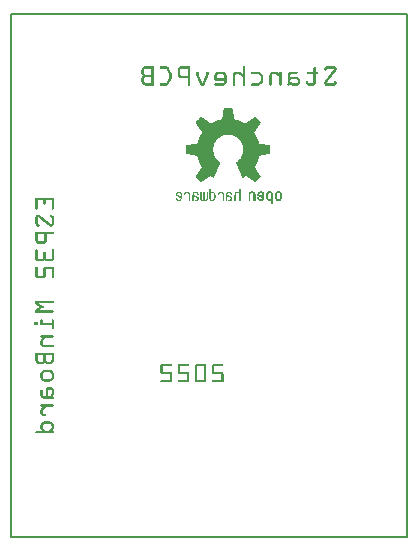
<source format=gbo>
G04 MADE WITH FRITZING*
G04 WWW.FRITZING.ORG*
G04 DOUBLE SIDED*
G04 HOLES PLATED*
G04 CONTOUR ON CENTER OF CONTOUR VECTOR*
%ASAXBY*%
%FSLAX23Y23*%
%MOIN*%
%OFA0B0*%
%SFA1.0B1.0*%
%ADD10R,1.327660X1.751260X1.311660X1.735260*%
%ADD11C,0.008000*%
%ADD12R,0.001000X0.001000*%
%LNSILK0*%
G90*
G70*
G54D11*
X4Y1747D02*
X1324Y1747D01*
X1324Y4D01*
X4Y4D01*
X4Y1747D01*
D02*
G54D12*
X450Y1572D02*
X479Y1572D01*
X501Y1572D02*
X522Y1572D01*
X568Y1572D02*
X601Y1572D01*
X778Y1572D02*
X781Y1572D01*
X1055Y1572D02*
X1082Y1572D01*
X448Y1571D02*
X479Y1571D01*
X500Y1571D02*
X524Y1571D01*
X566Y1571D02*
X601Y1571D01*
X777Y1571D02*
X783Y1571D01*
X1053Y1571D02*
X1084Y1571D01*
X446Y1570D02*
X479Y1570D01*
X499Y1570D02*
X525Y1570D01*
X565Y1570D02*
X601Y1570D01*
X776Y1570D02*
X783Y1570D01*
X1052Y1570D02*
X1085Y1570D01*
X444Y1569D02*
X479Y1569D01*
X499Y1569D02*
X527Y1569D01*
X564Y1569D02*
X601Y1569D01*
X776Y1569D02*
X783Y1569D01*
X1015Y1569D02*
X1015Y1569D01*
X1050Y1569D02*
X1086Y1569D01*
X443Y1568D02*
X479Y1568D01*
X499Y1568D02*
X528Y1568D01*
X563Y1568D02*
X601Y1568D01*
X776Y1568D02*
X784Y1568D01*
X1013Y1568D02*
X1018Y1568D01*
X1050Y1568D02*
X1087Y1568D01*
X442Y1567D02*
X479Y1567D01*
X499Y1567D02*
X528Y1567D01*
X562Y1567D02*
X601Y1567D01*
X776Y1567D02*
X784Y1567D01*
X1012Y1567D02*
X1018Y1567D01*
X1049Y1567D02*
X1087Y1567D01*
X441Y1566D02*
X479Y1566D01*
X500Y1566D02*
X529Y1566D01*
X561Y1566D02*
X601Y1566D01*
X776Y1566D02*
X784Y1566D01*
X1012Y1566D02*
X1019Y1566D01*
X1048Y1566D02*
X1088Y1566D01*
X441Y1565D02*
X479Y1565D01*
X501Y1565D02*
X530Y1565D01*
X561Y1565D02*
X601Y1565D01*
X776Y1565D02*
X784Y1565D01*
X1012Y1565D02*
X1019Y1565D01*
X1048Y1565D02*
X1088Y1565D01*
X440Y1564D02*
X452Y1564D01*
X471Y1564D02*
X479Y1564D01*
X520Y1564D02*
X530Y1564D01*
X560Y1564D02*
X571Y1564D01*
X593Y1564D02*
X601Y1564D01*
X776Y1564D02*
X784Y1564D01*
X1011Y1564D02*
X1019Y1564D01*
X1048Y1564D02*
X1057Y1564D01*
X1080Y1564D02*
X1088Y1564D01*
X440Y1563D02*
X450Y1563D01*
X471Y1563D02*
X479Y1563D01*
X522Y1563D02*
X530Y1563D01*
X560Y1563D02*
X569Y1563D01*
X593Y1563D02*
X601Y1563D01*
X776Y1563D02*
X784Y1563D01*
X1011Y1563D02*
X1019Y1563D01*
X1047Y1563D02*
X1056Y1563D01*
X1081Y1563D02*
X1088Y1563D01*
X439Y1562D02*
X448Y1562D01*
X471Y1562D02*
X479Y1562D01*
X522Y1562D02*
X531Y1562D01*
X560Y1562D02*
X568Y1562D01*
X593Y1562D02*
X601Y1562D01*
X776Y1562D02*
X784Y1562D01*
X1011Y1562D02*
X1019Y1562D01*
X1047Y1562D02*
X1055Y1562D01*
X1080Y1562D02*
X1088Y1562D01*
X439Y1561D02*
X447Y1561D01*
X471Y1561D02*
X479Y1561D01*
X523Y1561D02*
X531Y1561D01*
X560Y1561D02*
X567Y1561D01*
X593Y1561D02*
X601Y1561D01*
X776Y1561D02*
X784Y1561D01*
X1011Y1561D02*
X1019Y1561D01*
X1047Y1561D02*
X1055Y1561D01*
X1079Y1561D02*
X1088Y1561D01*
X438Y1560D02*
X447Y1560D01*
X471Y1560D02*
X479Y1560D01*
X523Y1560D02*
X532Y1560D01*
X560Y1560D02*
X567Y1560D01*
X593Y1560D02*
X601Y1560D01*
X776Y1560D02*
X784Y1560D01*
X1011Y1560D02*
X1019Y1560D01*
X1048Y1560D02*
X1055Y1560D01*
X1079Y1560D02*
X1088Y1560D01*
X438Y1559D02*
X446Y1559D01*
X471Y1559D02*
X479Y1559D01*
X524Y1559D02*
X532Y1559D01*
X560Y1559D02*
X567Y1559D01*
X593Y1559D02*
X601Y1559D01*
X776Y1559D02*
X784Y1559D01*
X1011Y1559D02*
X1019Y1559D01*
X1048Y1559D02*
X1054Y1559D01*
X1078Y1559D02*
X1087Y1559D01*
X438Y1558D02*
X446Y1558D01*
X471Y1558D02*
X479Y1558D01*
X524Y1558D02*
X533Y1558D01*
X560Y1558D02*
X567Y1558D01*
X593Y1558D02*
X601Y1558D01*
X776Y1558D02*
X784Y1558D01*
X1011Y1558D02*
X1019Y1558D01*
X1049Y1558D02*
X1053Y1558D01*
X1077Y1558D02*
X1087Y1558D01*
X438Y1557D02*
X445Y1557D01*
X471Y1557D02*
X479Y1557D01*
X525Y1557D02*
X533Y1557D01*
X560Y1557D02*
X567Y1557D01*
X593Y1557D02*
X601Y1557D01*
X776Y1557D02*
X784Y1557D01*
X1011Y1557D02*
X1019Y1557D01*
X1076Y1557D02*
X1086Y1557D01*
X438Y1556D02*
X445Y1556D01*
X471Y1556D02*
X479Y1556D01*
X525Y1556D02*
X534Y1556D01*
X560Y1556D02*
X567Y1556D01*
X593Y1556D02*
X601Y1556D01*
X776Y1556D02*
X784Y1556D01*
X1011Y1556D02*
X1019Y1556D01*
X1076Y1556D02*
X1085Y1556D01*
X438Y1555D02*
X445Y1555D01*
X471Y1555D02*
X479Y1555D01*
X526Y1555D02*
X534Y1555D01*
X560Y1555D02*
X567Y1555D01*
X593Y1555D02*
X601Y1555D01*
X776Y1555D02*
X784Y1555D01*
X1011Y1555D02*
X1019Y1555D01*
X1075Y1555D02*
X1085Y1555D01*
X438Y1554D02*
X445Y1554D01*
X471Y1554D02*
X479Y1554D01*
X526Y1554D02*
X535Y1554D01*
X560Y1554D02*
X567Y1554D01*
X593Y1554D02*
X601Y1554D01*
X623Y1554D02*
X626Y1554D01*
X656Y1554D02*
X660Y1554D01*
X693Y1554D02*
X711Y1554D01*
X752Y1554D02*
X764Y1554D01*
X776Y1554D02*
X784Y1554D01*
X805Y1554D02*
X829Y1554D01*
X874Y1554D02*
X886Y1554D01*
X900Y1554D02*
X904Y1554D01*
X935Y1554D02*
X956Y1554D01*
X993Y1554D02*
X1025Y1554D01*
X1074Y1554D02*
X1084Y1554D01*
X438Y1553D02*
X445Y1553D01*
X471Y1553D02*
X479Y1553D01*
X527Y1553D02*
X535Y1553D01*
X560Y1553D02*
X567Y1553D01*
X593Y1553D02*
X601Y1553D01*
X622Y1553D02*
X627Y1553D01*
X655Y1553D02*
X661Y1553D01*
X691Y1553D02*
X713Y1553D01*
X750Y1553D02*
X766Y1553D01*
X776Y1553D02*
X784Y1553D01*
X804Y1553D02*
X831Y1553D01*
X872Y1553D02*
X888Y1553D01*
X899Y1553D02*
X905Y1553D01*
X933Y1553D02*
X957Y1553D01*
X992Y1553D02*
X1026Y1553D01*
X1073Y1553D02*
X1083Y1553D01*
X438Y1552D02*
X445Y1552D01*
X471Y1552D02*
X479Y1552D01*
X527Y1552D02*
X536Y1552D01*
X560Y1552D02*
X567Y1552D01*
X593Y1552D02*
X601Y1552D01*
X621Y1552D02*
X628Y1552D01*
X654Y1552D02*
X661Y1552D01*
X689Y1552D02*
X715Y1552D01*
X748Y1552D02*
X768Y1552D01*
X776Y1552D02*
X784Y1552D01*
X804Y1552D02*
X833Y1552D01*
X870Y1552D02*
X890Y1552D01*
X898Y1552D02*
X905Y1552D01*
X931Y1552D02*
X958Y1552D01*
X991Y1552D02*
X1027Y1552D01*
X1072Y1552D02*
X1082Y1552D01*
X438Y1551D02*
X445Y1551D01*
X471Y1551D02*
X479Y1551D01*
X528Y1551D02*
X536Y1551D01*
X560Y1551D02*
X567Y1551D01*
X593Y1551D02*
X601Y1551D01*
X621Y1551D02*
X628Y1551D01*
X654Y1551D02*
X662Y1551D01*
X688Y1551D02*
X716Y1551D01*
X747Y1551D02*
X770Y1551D01*
X776Y1551D02*
X784Y1551D01*
X804Y1551D02*
X834Y1551D01*
X869Y1551D02*
X892Y1551D01*
X898Y1551D02*
X905Y1551D01*
X930Y1551D02*
X958Y1551D01*
X991Y1551D02*
X1027Y1551D01*
X1072Y1551D02*
X1082Y1551D01*
X438Y1550D02*
X446Y1550D01*
X471Y1550D02*
X479Y1550D01*
X528Y1550D02*
X537Y1550D01*
X560Y1550D02*
X567Y1550D01*
X593Y1550D02*
X601Y1550D01*
X621Y1550D02*
X628Y1550D01*
X654Y1550D02*
X662Y1550D01*
X687Y1550D02*
X717Y1550D01*
X746Y1550D02*
X771Y1550D01*
X776Y1550D02*
X784Y1550D01*
X804Y1550D02*
X835Y1550D01*
X868Y1550D02*
X893Y1550D01*
X898Y1550D02*
X905Y1550D01*
X929Y1550D02*
X958Y1550D01*
X991Y1550D02*
X1027Y1550D01*
X1071Y1550D02*
X1081Y1550D01*
X438Y1549D02*
X446Y1549D01*
X471Y1549D02*
X479Y1549D01*
X529Y1549D02*
X537Y1549D01*
X560Y1549D02*
X567Y1549D01*
X593Y1549D02*
X601Y1549D01*
X621Y1549D02*
X628Y1549D01*
X654Y1549D02*
X662Y1549D01*
X686Y1549D02*
X718Y1549D01*
X746Y1549D02*
X773Y1549D01*
X776Y1549D02*
X784Y1549D01*
X804Y1549D02*
X836Y1549D01*
X868Y1549D02*
X895Y1549D01*
X898Y1549D02*
X905Y1549D01*
X929Y1549D02*
X958Y1549D01*
X991Y1549D02*
X1027Y1549D01*
X1070Y1549D02*
X1080Y1549D01*
X438Y1548D02*
X447Y1548D01*
X471Y1548D02*
X479Y1548D01*
X529Y1548D02*
X538Y1548D01*
X560Y1548D02*
X567Y1548D01*
X593Y1548D02*
X601Y1548D01*
X621Y1548D02*
X628Y1548D01*
X654Y1548D02*
X662Y1548D01*
X685Y1548D02*
X719Y1548D01*
X745Y1548D02*
X774Y1548D01*
X776Y1548D02*
X784Y1548D01*
X804Y1548D02*
X837Y1548D01*
X867Y1548D02*
X896Y1548D01*
X898Y1548D02*
X905Y1548D01*
X928Y1548D02*
X957Y1548D01*
X992Y1548D02*
X1026Y1548D01*
X1069Y1548D02*
X1079Y1548D01*
X439Y1547D02*
X447Y1547D01*
X471Y1547D02*
X479Y1547D01*
X530Y1547D02*
X538Y1547D01*
X560Y1547D02*
X567Y1547D01*
X593Y1547D02*
X601Y1547D01*
X621Y1547D02*
X628Y1547D01*
X654Y1547D02*
X662Y1547D01*
X684Y1547D02*
X720Y1547D01*
X745Y1547D02*
X784Y1547D01*
X806Y1547D02*
X838Y1547D01*
X867Y1547D02*
X905Y1547D01*
X927Y1547D02*
X956Y1547D01*
X993Y1547D02*
X1025Y1547D01*
X1069Y1547D02*
X1078Y1547D01*
X439Y1546D02*
X449Y1546D01*
X471Y1546D02*
X479Y1546D01*
X530Y1546D02*
X539Y1546D01*
X560Y1546D02*
X567Y1546D01*
X593Y1546D02*
X601Y1546D01*
X621Y1546D02*
X628Y1546D01*
X654Y1546D02*
X662Y1546D01*
X683Y1546D02*
X695Y1546D01*
X709Y1546D02*
X721Y1546D01*
X744Y1546D02*
X754Y1546D01*
X763Y1546D02*
X784Y1546D01*
X827Y1546D02*
X840Y1546D01*
X866Y1546D02*
X876Y1546D01*
X885Y1546D02*
X905Y1546D01*
X927Y1546D02*
X936Y1546D01*
X1011Y1546D02*
X1019Y1546D01*
X1068Y1546D02*
X1078Y1546D01*
X440Y1545D02*
X450Y1545D01*
X471Y1545D02*
X479Y1545D01*
X531Y1545D02*
X539Y1545D01*
X560Y1545D02*
X567Y1545D01*
X593Y1545D02*
X601Y1545D01*
X621Y1545D02*
X628Y1545D01*
X654Y1545D02*
X662Y1545D01*
X683Y1545D02*
X693Y1545D01*
X711Y1545D02*
X721Y1545D01*
X744Y1545D02*
X752Y1545D01*
X764Y1545D02*
X784Y1545D01*
X829Y1545D02*
X841Y1545D01*
X866Y1545D02*
X874Y1545D01*
X886Y1545D02*
X905Y1545D01*
X927Y1545D02*
X935Y1545D01*
X1011Y1545D02*
X1019Y1545D01*
X1067Y1545D02*
X1077Y1545D01*
X440Y1544D02*
X479Y1544D01*
X531Y1544D02*
X539Y1544D01*
X560Y1544D02*
X567Y1544D01*
X593Y1544D02*
X601Y1544D01*
X621Y1544D02*
X628Y1544D01*
X654Y1544D02*
X662Y1544D01*
X682Y1544D02*
X692Y1544D01*
X712Y1544D02*
X722Y1544D01*
X744Y1544D02*
X752Y1544D01*
X766Y1544D02*
X784Y1544D01*
X830Y1544D02*
X842Y1544D01*
X866Y1544D02*
X874Y1544D01*
X888Y1544D02*
X905Y1544D01*
X927Y1544D02*
X935Y1544D01*
X1011Y1544D02*
X1019Y1544D01*
X1066Y1544D02*
X1076Y1544D01*
X441Y1543D02*
X479Y1543D01*
X532Y1543D02*
X539Y1543D01*
X560Y1543D02*
X568Y1543D01*
X593Y1543D02*
X601Y1543D01*
X621Y1543D02*
X629Y1543D01*
X654Y1543D02*
X662Y1543D01*
X682Y1543D02*
X691Y1543D01*
X713Y1543D02*
X722Y1543D01*
X744Y1543D02*
X751Y1543D01*
X767Y1543D02*
X784Y1543D01*
X831Y1543D02*
X842Y1543D01*
X866Y1543D02*
X873Y1543D01*
X889Y1543D02*
X905Y1543D01*
X927Y1543D02*
X934Y1543D01*
X1011Y1543D02*
X1019Y1543D01*
X1065Y1543D02*
X1075Y1543D01*
X442Y1542D02*
X479Y1542D01*
X532Y1542D02*
X540Y1542D01*
X560Y1542D02*
X568Y1542D01*
X593Y1542D02*
X601Y1542D01*
X621Y1542D02*
X629Y1542D01*
X653Y1542D02*
X661Y1542D01*
X682Y1542D02*
X690Y1542D01*
X714Y1542D02*
X722Y1542D01*
X744Y1542D02*
X751Y1542D01*
X769Y1542D02*
X784Y1542D01*
X832Y1542D02*
X843Y1542D01*
X866Y1542D02*
X873Y1542D01*
X891Y1542D02*
X905Y1542D01*
X926Y1542D02*
X934Y1542D01*
X1011Y1542D02*
X1019Y1542D01*
X1065Y1542D02*
X1075Y1542D01*
X443Y1541D02*
X479Y1541D01*
X532Y1541D02*
X540Y1541D01*
X560Y1541D02*
X570Y1541D01*
X593Y1541D02*
X601Y1541D01*
X621Y1541D02*
X630Y1541D01*
X653Y1541D02*
X661Y1541D01*
X682Y1541D02*
X689Y1541D01*
X715Y1541D02*
X722Y1541D01*
X744Y1541D02*
X751Y1541D01*
X770Y1541D02*
X784Y1541D01*
X833Y1541D02*
X843Y1541D01*
X865Y1541D02*
X873Y1541D01*
X892Y1541D02*
X905Y1541D01*
X926Y1541D02*
X934Y1541D01*
X1011Y1541D02*
X1019Y1541D01*
X1064Y1541D02*
X1074Y1541D01*
X443Y1540D02*
X479Y1540D01*
X532Y1540D02*
X540Y1540D01*
X561Y1540D02*
X601Y1540D01*
X622Y1540D02*
X630Y1540D01*
X652Y1540D02*
X661Y1540D01*
X682Y1540D02*
X689Y1540D01*
X715Y1540D02*
X723Y1540D01*
X744Y1540D02*
X751Y1540D01*
X772Y1540D02*
X784Y1540D01*
X834Y1540D02*
X844Y1540D01*
X865Y1540D02*
X873Y1540D01*
X894Y1540D02*
X905Y1540D01*
X926Y1540D02*
X934Y1540D01*
X1011Y1540D02*
X1019Y1540D01*
X1063Y1540D02*
X1073Y1540D01*
X443Y1539D02*
X479Y1539D01*
X532Y1539D02*
X540Y1539D01*
X561Y1539D02*
X601Y1539D01*
X622Y1539D02*
X630Y1539D01*
X652Y1539D02*
X660Y1539D01*
X682Y1539D02*
X689Y1539D01*
X715Y1539D02*
X723Y1539D01*
X744Y1539D02*
X751Y1539D01*
X774Y1539D02*
X784Y1539D01*
X836Y1539D02*
X844Y1539D01*
X865Y1539D02*
X873Y1539D01*
X895Y1539D02*
X905Y1539D01*
X926Y1539D02*
X934Y1539D01*
X1011Y1539D02*
X1019Y1539D01*
X1062Y1539D02*
X1072Y1539D01*
X442Y1538D02*
X479Y1538D01*
X532Y1538D02*
X540Y1538D01*
X562Y1538D02*
X601Y1538D01*
X623Y1538D02*
X631Y1538D01*
X651Y1538D02*
X660Y1538D01*
X682Y1538D02*
X689Y1538D01*
X715Y1538D02*
X723Y1538D01*
X743Y1538D02*
X751Y1538D01*
X775Y1538D02*
X784Y1538D01*
X836Y1538D02*
X844Y1538D01*
X865Y1538D02*
X873Y1538D01*
X897Y1538D02*
X905Y1538D01*
X926Y1538D02*
X934Y1538D01*
X1011Y1538D02*
X1019Y1538D01*
X1062Y1538D02*
X1072Y1538D01*
X441Y1537D02*
X479Y1537D01*
X532Y1537D02*
X539Y1537D01*
X562Y1537D02*
X601Y1537D01*
X623Y1537D02*
X631Y1537D01*
X651Y1537D02*
X659Y1537D01*
X682Y1537D02*
X689Y1537D01*
X715Y1537D02*
X723Y1537D01*
X743Y1537D02*
X751Y1537D01*
X776Y1537D02*
X784Y1537D01*
X837Y1537D02*
X844Y1537D01*
X865Y1537D02*
X873Y1537D01*
X898Y1537D02*
X905Y1537D01*
X926Y1537D02*
X934Y1537D01*
X1011Y1537D02*
X1019Y1537D01*
X1061Y1537D02*
X1071Y1537D01*
X440Y1536D02*
X479Y1536D01*
X531Y1536D02*
X539Y1536D01*
X563Y1536D02*
X601Y1536D01*
X623Y1536D02*
X632Y1536D01*
X651Y1536D02*
X659Y1536D01*
X682Y1536D02*
X689Y1536D01*
X715Y1536D02*
X723Y1536D01*
X743Y1536D02*
X751Y1536D01*
X776Y1536D02*
X784Y1536D01*
X837Y1536D02*
X844Y1536D01*
X865Y1536D02*
X873Y1536D01*
X898Y1536D02*
X905Y1536D01*
X926Y1536D02*
X959Y1536D01*
X1011Y1536D02*
X1019Y1536D01*
X1060Y1536D02*
X1070Y1536D01*
X440Y1535D02*
X451Y1535D01*
X471Y1535D02*
X479Y1535D01*
X531Y1535D02*
X539Y1535D01*
X564Y1535D02*
X601Y1535D01*
X624Y1535D02*
X632Y1535D01*
X650Y1535D02*
X658Y1535D01*
X682Y1535D02*
X689Y1535D01*
X715Y1535D02*
X723Y1535D01*
X743Y1535D02*
X751Y1535D01*
X776Y1535D02*
X784Y1535D01*
X837Y1535D02*
X844Y1535D01*
X865Y1535D02*
X873Y1535D01*
X898Y1535D02*
X905Y1535D01*
X926Y1535D02*
X960Y1535D01*
X1011Y1535D02*
X1019Y1535D01*
X1059Y1535D02*
X1069Y1535D01*
X439Y1534D02*
X449Y1534D01*
X471Y1534D02*
X479Y1534D01*
X531Y1534D02*
X539Y1534D01*
X566Y1534D02*
X601Y1534D01*
X624Y1534D02*
X633Y1534D01*
X650Y1534D02*
X658Y1534D01*
X682Y1534D02*
X689Y1534D01*
X715Y1534D02*
X723Y1534D01*
X743Y1534D02*
X751Y1534D01*
X776Y1534D02*
X784Y1534D01*
X837Y1534D02*
X844Y1534D01*
X865Y1534D02*
X873Y1534D01*
X898Y1534D02*
X905Y1534D01*
X926Y1534D02*
X962Y1534D01*
X1011Y1534D02*
X1019Y1534D01*
X1058Y1534D02*
X1068Y1534D01*
X439Y1533D02*
X448Y1533D01*
X471Y1533D02*
X479Y1533D01*
X530Y1533D02*
X538Y1533D01*
X567Y1533D02*
X601Y1533D01*
X625Y1533D02*
X633Y1533D01*
X649Y1533D02*
X657Y1533D01*
X682Y1533D02*
X723Y1533D01*
X743Y1533D02*
X751Y1533D01*
X776Y1533D02*
X784Y1533D01*
X837Y1533D02*
X844Y1533D01*
X865Y1533D02*
X873Y1533D01*
X898Y1533D02*
X905Y1533D01*
X926Y1533D02*
X963Y1533D01*
X1011Y1533D02*
X1019Y1533D01*
X1058Y1533D02*
X1068Y1533D01*
X439Y1532D02*
X447Y1532D01*
X471Y1532D02*
X479Y1532D01*
X530Y1532D02*
X538Y1532D01*
X572Y1532D02*
X601Y1532D01*
X625Y1532D02*
X634Y1532D01*
X649Y1532D02*
X657Y1532D01*
X682Y1532D02*
X723Y1532D01*
X743Y1532D02*
X751Y1532D01*
X776Y1532D02*
X784Y1532D01*
X837Y1532D02*
X844Y1532D01*
X865Y1532D02*
X873Y1532D01*
X898Y1532D02*
X905Y1532D01*
X926Y1532D02*
X964Y1532D01*
X1011Y1532D02*
X1019Y1532D01*
X1057Y1532D02*
X1067Y1532D01*
X438Y1531D02*
X446Y1531D01*
X471Y1531D02*
X479Y1531D01*
X529Y1531D02*
X538Y1531D01*
X593Y1531D02*
X601Y1531D01*
X626Y1531D02*
X634Y1531D01*
X648Y1531D02*
X657Y1531D01*
X682Y1531D02*
X723Y1531D01*
X743Y1531D02*
X751Y1531D01*
X776Y1531D02*
X784Y1531D01*
X837Y1531D02*
X844Y1531D01*
X865Y1531D02*
X873Y1531D01*
X898Y1531D02*
X905Y1531D01*
X926Y1531D02*
X964Y1531D01*
X1011Y1531D02*
X1019Y1531D01*
X1056Y1531D02*
X1066Y1531D01*
X438Y1530D02*
X446Y1530D01*
X471Y1530D02*
X479Y1530D01*
X529Y1530D02*
X537Y1530D01*
X593Y1530D02*
X601Y1530D01*
X626Y1530D02*
X634Y1530D01*
X648Y1530D02*
X656Y1530D01*
X682Y1530D02*
X723Y1530D01*
X743Y1530D02*
X751Y1530D01*
X776Y1530D02*
X784Y1530D01*
X837Y1530D02*
X844Y1530D01*
X865Y1530D02*
X873Y1530D01*
X898Y1530D02*
X905Y1530D01*
X926Y1530D02*
X965Y1530D01*
X1011Y1530D02*
X1019Y1530D01*
X1055Y1530D02*
X1065Y1530D01*
X438Y1529D02*
X446Y1529D01*
X471Y1529D02*
X479Y1529D01*
X528Y1529D02*
X537Y1529D01*
X593Y1529D02*
X601Y1529D01*
X627Y1529D02*
X635Y1529D01*
X647Y1529D02*
X656Y1529D01*
X682Y1529D02*
X723Y1529D01*
X743Y1529D02*
X751Y1529D01*
X776Y1529D02*
X784Y1529D01*
X837Y1529D02*
X844Y1529D01*
X865Y1529D02*
X873Y1529D01*
X898Y1529D02*
X905Y1529D01*
X926Y1529D02*
X965Y1529D01*
X1011Y1529D02*
X1019Y1529D01*
X1055Y1529D02*
X1065Y1529D01*
X438Y1528D02*
X445Y1528D01*
X471Y1528D02*
X479Y1528D01*
X528Y1528D02*
X536Y1528D01*
X593Y1528D02*
X601Y1528D01*
X627Y1528D02*
X635Y1528D01*
X647Y1528D02*
X655Y1528D01*
X682Y1528D02*
X723Y1528D01*
X743Y1528D02*
X751Y1528D01*
X776Y1528D02*
X784Y1528D01*
X837Y1528D02*
X844Y1528D01*
X865Y1528D02*
X873Y1528D01*
X898Y1528D02*
X905Y1528D01*
X926Y1528D02*
X936Y1528D01*
X956Y1528D02*
X966Y1528D01*
X1011Y1528D02*
X1019Y1528D01*
X1054Y1528D02*
X1064Y1528D01*
X438Y1527D02*
X445Y1527D01*
X471Y1527D02*
X479Y1527D01*
X527Y1527D02*
X536Y1527D01*
X593Y1527D02*
X601Y1527D01*
X627Y1527D02*
X636Y1527D01*
X647Y1527D02*
X655Y1527D01*
X682Y1527D02*
X723Y1527D01*
X743Y1527D02*
X751Y1527D01*
X776Y1527D02*
X784Y1527D01*
X837Y1527D02*
X844Y1527D01*
X865Y1527D02*
X873Y1527D01*
X898Y1527D02*
X905Y1527D01*
X926Y1527D02*
X935Y1527D01*
X958Y1527D02*
X966Y1527D01*
X1011Y1527D02*
X1019Y1527D01*
X1053Y1527D02*
X1063Y1527D01*
X438Y1526D02*
X445Y1526D01*
X471Y1526D02*
X479Y1526D01*
X527Y1526D02*
X535Y1526D01*
X593Y1526D02*
X601Y1526D01*
X628Y1526D02*
X636Y1526D01*
X646Y1526D02*
X654Y1526D01*
X683Y1526D02*
X723Y1526D01*
X743Y1526D02*
X751Y1526D01*
X776Y1526D02*
X784Y1526D01*
X837Y1526D02*
X844Y1526D01*
X865Y1526D02*
X872Y1526D01*
X898Y1526D02*
X905Y1526D01*
X926Y1526D02*
X934Y1526D01*
X958Y1526D02*
X966Y1526D01*
X1011Y1526D02*
X1019Y1526D01*
X1052Y1526D02*
X1062Y1526D01*
X438Y1525D02*
X445Y1525D01*
X471Y1525D02*
X479Y1525D01*
X526Y1525D02*
X535Y1525D01*
X593Y1525D02*
X601Y1525D01*
X628Y1525D02*
X637Y1525D01*
X646Y1525D02*
X654Y1525D01*
X685Y1525D02*
X723Y1525D01*
X743Y1525D02*
X751Y1525D01*
X776Y1525D02*
X784Y1525D01*
X837Y1525D02*
X844Y1525D01*
X865Y1525D02*
X872Y1525D01*
X898Y1525D02*
X905Y1525D01*
X926Y1525D02*
X934Y1525D01*
X959Y1525D02*
X966Y1525D01*
X1011Y1525D02*
X1019Y1525D01*
X1052Y1525D02*
X1061Y1525D01*
X438Y1524D02*
X445Y1524D01*
X471Y1524D02*
X479Y1524D01*
X526Y1524D02*
X534Y1524D01*
X593Y1524D02*
X601Y1524D01*
X629Y1524D02*
X637Y1524D01*
X645Y1524D02*
X654Y1524D01*
X715Y1524D02*
X723Y1524D01*
X743Y1524D02*
X750Y1524D01*
X776Y1524D02*
X784Y1524D01*
X837Y1524D02*
X844Y1524D01*
X865Y1524D02*
X872Y1524D01*
X898Y1524D02*
X905Y1524D01*
X926Y1524D02*
X933Y1524D01*
X959Y1524D02*
X966Y1524D01*
X1011Y1524D02*
X1019Y1524D01*
X1051Y1524D02*
X1061Y1524D01*
X438Y1523D02*
X445Y1523D01*
X471Y1523D02*
X479Y1523D01*
X525Y1523D02*
X534Y1523D01*
X593Y1523D02*
X601Y1523D01*
X629Y1523D02*
X637Y1523D01*
X645Y1523D02*
X653Y1523D01*
X715Y1523D02*
X723Y1523D01*
X743Y1523D02*
X750Y1523D01*
X776Y1523D02*
X784Y1523D01*
X836Y1523D02*
X844Y1523D01*
X865Y1523D02*
X872Y1523D01*
X898Y1523D02*
X905Y1523D01*
X926Y1523D02*
X933Y1523D01*
X959Y1523D02*
X966Y1523D01*
X1011Y1523D02*
X1019Y1523D01*
X1050Y1523D02*
X1060Y1523D01*
X438Y1522D02*
X446Y1522D01*
X471Y1522D02*
X479Y1522D01*
X525Y1522D02*
X533Y1522D01*
X593Y1522D02*
X601Y1522D01*
X630Y1522D02*
X638Y1522D01*
X644Y1522D02*
X653Y1522D01*
X715Y1522D02*
X723Y1522D01*
X743Y1522D02*
X750Y1522D01*
X776Y1522D02*
X784Y1522D01*
X835Y1522D02*
X844Y1522D01*
X865Y1522D02*
X872Y1522D01*
X898Y1522D02*
X905Y1522D01*
X926Y1522D02*
X933Y1522D01*
X959Y1522D02*
X966Y1522D01*
X989Y1522D02*
X992Y1522D01*
X1011Y1522D02*
X1019Y1522D01*
X1049Y1522D02*
X1059Y1522D01*
X1083Y1522D02*
X1086Y1522D01*
X438Y1521D02*
X446Y1521D01*
X471Y1521D02*
X479Y1521D01*
X524Y1521D02*
X533Y1521D01*
X593Y1521D02*
X601Y1521D01*
X630Y1521D02*
X638Y1521D01*
X644Y1521D02*
X652Y1521D01*
X715Y1521D02*
X722Y1521D01*
X743Y1521D02*
X750Y1521D01*
X776Y1521D02*
X784Y1521D01*
X834Y1521D02*
X844Y1521D01*
X865Y1521D02*
X872Y1521D01*
X898Y1521D02*
X905Y1521D01*
X926Y1521D02*
X933Y1521D01*
X959Y1521D02*
X966Y1521D01*
X987Y1521D02*
X993Y1521D01*
X1011Y1521D02*
X1019Y1521D01*
X1049Y1521D02*
X1058Y1521D01*
X1082Y1521D02*
X1087Y1521D01*
X438Y1520D02*
X446Y1520D01*
X471Y1520D02*
X479Y1520D01*
X524Y1520D02*
X532Y1520D01*
X593Y1520D02*
X601Y1520D01*
X630Y1520D02*
X639Y1520D01*
X644Y1520D02*
X652Y1520D01*
X714Y1520D02*
X722Y1520D01*
X743Y1520D02*
X750Y1520D01*
X776Y1520D02*
X784Y1520D01*
X833Y1520D02*
X843Y1520D01*
X865Y1520D02*
X872Y1520D01*
X898Y1520D02*
X905Y1520D01*
X926Y1520D02*
X935Y1520D01*
X959Y1520D02*
X966Y1520D01*
X987Y1520D02*
X993Y1520D01*
X1011Y1520D02*
X1019Y1520D01*
X1048Y1520D02*
X1058Y1520D01*
X1081Y1520D02*
X1088Y1520D01*
X439Y1519D02*
X447Y1519D01*
X471Y1519D02*
X479Y1519D01*
X523Y1519D02*
X532Y1519D01*
X593Y1519D02*
X601Y1519D01*
X631Y1519D02*
X639Y1519D01*
X643Y1519D02*
X651Y1519D01*
X714Y1519D02*
X722Y1519D01*
X743Y1519D02*
X750Y1519D01*
X776Y1519D02*
X784Y1519D01*
X831Y1519D02*
X843Y1519D01*
X865Y1519D02*
X872Y1519D01*
X898Y1519D02*
X905Y1519D01*
X926Y1519D02*
X936Y1519D01*
X959Y1519D02*
X966Y1519D01*
X986Y1519D02*
X994Y1519D01*
X1011Y1519D02*
X1019Y1519D01*
X1048Y1519D02*
X1057Y1519D01*
X1081Y1519D02*
X1088Y1519D01*
X439Y1518D02*
X448Y1518D01*
X471Y1518D02*
X479Y1518D01*
X523Y1518D02*
X531Y1518D01*
X593Y1518D02*
X601Y1518D01*
X631Y1518D02*
X640Y1518D01*
X643Y1518D02*
X651Y1518D01*
X713Y1518D02*
X722Y1518D01*
X743Y1518D02*
X750Y1518D01*
X776Y1518D02*
X784Y1518D01*
X830Y1518D02*
X842Y1518D01*
X865Y1518D02*
X872Y1518D01*
X898Y1518D02*
X905Y1518D01*
X926Y1518D02*
X938Y1518D01*
X959Y1518D02*
X966Y1518D01*
X986Y1518D02*
X994Y1518D01*
X1011Y1518D02*
X1019Y1518D01*
X1048Y1518D02*
X1056Y1518D01*
X1081Y1518D02*
X1088Y1518D01*
X439Y1517D02*
X449Y1517D01*
X471Y1517D02*
X479Y1517D01*
X522Y1517D02*
X531Y1517D01*
X593Y1517D02*
X601Y1517D01*
X632Y1517D02*
X640Y1517D01*
X642Y1517D02*
X650Y1517D01*
X711Y1517D02*
X722Y1517D01*
X743Y1517D02*
X750Y1517D01*
X776Y1517D02*
X784Y1517D01*
X829Y1517D02*
X841Y1517D01*
X865Y1517D02*
X872Y1517D01*
X898Y1517D02*
X905Y1517D01*
X926Y1517D02*
X940Y1517D01*
X958Y1517D02*
X966Y1517D01*
X987Y1517D02*
X995Y1517D01*
X1011Y1517D02*
X1019Y1517D01*
X1047Y1517D02*
X1055Y1517D01*
X1080Y1517D02*
X1088Y1517D01*
X440Y1516D02*
X451Y1516D01*
X471Y1516D02*
X479Y1516D01*
X521Y1516D02*
X530Y1516D01*
X593Y1516D02*
X601Y1516D01*
X632Y1516D02*
X650Y1516D01*
X710Y1516D02*
X721Y1516D01*
X743Y1516D02*
X750Y1516D01*
X776Y1516D02*
X784Y1516D01*
X828Y1516D02*
X840Y1516D01*
X865Y1516D02*
X872Y1516D01*
X898Y1516D02*
X905Y1516D01*
X926Y1516D02*
X941Y1516D01*
X957Y1516D02*
X966Y1516D01*
X987Y1516D02*
X996Y1516D01*
X1009Y1516D02*
X1018Y1516D01*
X1047Y1516D02*
X1055Y1516D01*
X1080Y1516D02*
X1088Y1516D01*
X440Y1515D02*
X479Y1515D01*
X501Y1515D02*
X530Y1515D01*
X593Y1515D02*
X601Y1515D01*
X633Y1515D02*
X650Y1515D01*
X684Y1515D02*
X720Y1515D01*
X743Y1515D02*
X750Y1515D01*
X776Y1515D02*
X784Y1515D01*
X806Y1515D02*
X839Y1515D01*
X865Y1515D02*
X872Y1515D01*
X898Y1515D02*
X905Y1515D01*
X926Y1515D02*
X966Y1515D01*
X987Y1515D02*
X1018Y1515D01*
X1048Y1515D02*
X1088Y1515D01*
X441Y1514D02*
X479Y1514D01*
X500Y1514D02*
X529Y1514D01*
X593Y1514D02*
X601Y1514D01*
X633Y1514D02*
X649Y1514D01*
X683Y1514D02*
X720Y1514D01*
X743Y1514D02*
X750Y1514D01*
X776Y1514D02*
X784Y1514D01*
X805Y1514D02*
X838Y1514D01*
X865Y1514D02*
X872Y1514D01*
X898Y1514D02*
X905Y1514D01*
X925Y1514D02*
X965Y1514D01*
X988Y1514D02*
X1018Y1514D01*
X1048Y1514D02*
X1087Y1514D01*
X442Y1513D02*
X479Y1513D01*
X499Y1513D02*
X528Y1513D01*
X593Y1513D02*
X601Y1513D01*
X634Y1513D02*
X649Y1513D01*
X682Y1513D02*
X719Y1513D01*
X743Y1513D02*
X750Y1513D01*
X776Y1513D02*
X784Y1513D01*
X804Y1513D02*
X836Y1513D01*
X865Y1513D02*
X872Y1513D01*
X898Y1513D02*
X905Y1513D01*
X925Y1513D02*
X965Y1513D01*
X988Y1513D02*
X1017Y1513D01*
X1048Y1513D02*
X1087Y1513D01*
X443Y1512D02*
X479Y1512D01*
X499Y1512D02*
X528Y1512D01*
X593Y1512D02*
X601Y1512D01*
X634Y1512D02*
X648Y1512D01*
X682Y1512D02*
X718Y1512D01*
X743Y1512D02*
X750Y1512D01*
X776Y1512D02*
X784Y1512D01*
X804Y1512D02*
X835Y1512D01*
X865Y1512D02*
X872Y1512D01*
X898Y1512D02*
X905Y1512D01*
X925Y1512D02*
X964Y1512D01*
X989Y1512D02*
X1016Y1512D01*
X1049Y1512D02*
X1086Y1512D01*
X444Y1511D02*
X479Y1511D01*
X499Y1511D02*
X527Y1511D01*
X593Y1511D02*
X601Y1511D01*
X634Y1511D02*
X648Y1511D01*
X682Y1511D02*
X716Y1511D01*
X743Y1511D02*
X750Y1511D01*
X776Y1511D02*
X783Y1511D01*
X804Y1511D02*
X834Y1511D01*
X865Y1511D02*
X872Y1511D01*
X898Y1511D02*
X905Y1511D01*
X925Y1511D02*
X963Y1511D01*
X990Y1511D02*
X1016Y1511D01*
X1049Y1511D02*
X1086Y1511D01*
X445Y1510D02*
X479Y1510D01*
X499Y1510D02*
X526Y1510D01*
X593Y1510D02*
X600Y1510D01*
X635Y1510D02*
X647Y1510D01*
X682Y1510D02*
X715Y1510D01*
X743Y1510D02*
X750Y1510D01*
X776Y1510D02*
X783Y1510D01*
X804Y1510D02*
X833Y1510D01*
X865Y1510D02*
X872Y1510D01*
X898Y1510D02*
X905Y1510D01*
X926Y1510D02*
X933Y1510D01*
X936Y1510D02*
X962Y1510D01*
X991Y1510D02*
X1015Y1510D01*
X1050Y1510D02*
X1085Y1510D01*
X447Y1509D02*
X479Y1509D01*
X499Y1509D02*
X525Y1509D01*
X594Y1509D02*
X600Y1509D01*
X635Y1509D02*
X647Y1509D01*
X682Y1509D02*
X714Y1509D01*
X743Y1509D02*
X749Y1509D01*
X777Y1509D02*
X783Y1509D01*
X804Y1509D02*
X832Y1509D01*
X865Y1509D02*
X871Y1509D01*
X899Y1509D02*
X905Y1509D01*
X926Y1509D02*
X932Y1509D01*
X938Y1509D02*
X961Y1509D01*
X992Y1509D02*
X1013Y1509D01*
X1051Y1509D02*
X1083Y1509D01*
X449Y1508D02*
X479Y1508D01*
X500Y1508D02*
X523Y1508D01*
X595Y1508D02*
X599Y1508D01*
X636Y1508D02*
X646Y1508D01*
X683Y1508D02*
X712Y1508D01*
X744Y1508D02*
X749Y1508D01*
X778Y1508D02*
X782Y1508D01*
X805Y1508D02*
X830Y1508D01*
X866Y1508D02*
X870Y1508D01*
X899Y1508D02*
X904Y1508D01*
X927Y1508D02*
X931Y1508D01*
X939Y1508D02*
X959Y1508D01*
X994Y1508D02*
X1012Y1508D01*
X1052Y1508D02*
X1082Y1508D01*
X454Y1507D02*
X478Y1507D01*
X502Y1507D02*
X519Y1507D01*
X597Y1507D02*
X597Y1507D01*
X638Y1507D02*
X644Y1507D01*
X685Y1507D02*
X709Y1507D01*
X746Y1507D02*
X746Y1507D01*
X780Y1507D02*
X780Y1507D01*
X807Y1507D02*
X826Y1507D01*
X868Y1507D02*
X868Y1507D01*
X902Y1507D02*
X902Y1507D01*
X929Y1507D02*
X929Y1507D01*
X941Y1507D02*
X955Y1507D01*
X998Y1507D02*
X1008Y1507D01*
X1056Y1507D02*
X1078Y1507D01*
X714Y1434D02*
X741Y1434D01*
X714Y1433D02*
X741Y1433D01*
X714Y1432D02*
X741Y1432D01*
X713Y1431D02*
X741Y1431D01*
X713Y1430D02*
X741Y1430D01*
X713Y1429D02*
X741Y1429D01*
X713Y1428D02*
X742Y1428D01*
X713Y1427D02*
X742Y1427D01*
X712Y1426D02*
X742Y1426D01*
X712Y1425D02*
X742Y1425D01*
X712Y1424D02*
X742Y1424D01*
X712Y1423D02*
X743Y1423D01*
X712Y1422D02*
X743Y1422D01*
X712Y1421D02*
X743Y1421D01*
X711Y1420D02*
X743Y1420D01*
X711Y1419D02*
X743Y1419D01*
X711Y1418D02*
X744Y1418D01*
X711Y1417D02*
X744Y1417D01*
X711Y1416D02*
X744Y1416D01*
X710Y1415D02*
X744Y1415D01*
X710Y1414D02*
X744Y1414D01*
X710Y1413D02*
X744Y1413D01*
X710Y1412D02*
X745Y1412D01*
X710Y1411D02*
X745Y1411D01*
X709Y1410D02*
X745Y1410D01*
X709Y1409D02*
X745Y1409D01*
X709Y1408D02*
X745Y1408D01*
X709Y1407D02*
X746Y1407D01*
X709Y1406D02*
X746Y1406D01*
X709Y1405D02*
X746Y1405D01*
X708Y1404D02*
X746Y1404D01*
X708Y1403D02*
X746Y1403D01*
X817Y1403D02*
X817Y1403D01*
X636Y1402D02*
X639Y1402D01*
X708Y1402D02*
X746Y1402D01*
X816Y1402D02*
X818Y1402D01*
X635Y1401D02*
X640Y1401D01*
X708Y1401D02*
X747Y1401D01*
X814Y1401D02*
X819Y1401D01*
X634Y1400D02*
X642Y1400D01*
X708Y1400D02*
X747Y1400D01*
X813Y1400D02*
X820Y1400D01*
X633Y1399D02*
X643Y1399D01*
X707Y1399D02*
X747Y1399D01*
X811Y1399D02*
X821Y1399D01*
X632Y1398D02*
X645Y1398D01*
X707Y1398D02*
X747Y1398D01*
X810Y1398D02*
X822Y1398D01*
X631Y1397D02*
X646Y1397D01*
X707Y1397D02*
X747Y1397D01*
X808Y1397D02*
X823Y1397D01*
X630Y1396D02*
X648Y1396D01*
X707Y1396D02*
X748Y1396D01*
X807Y1396D02*
X824Y1396D01*
X629Y1395D02*
X649Y1395D01*
X705Y1395D02*
X749Y1395D01*
X805Y1395D02*
X825Y1395D01*
X628Y1394D02*
X651Y1394D01*
X701Y1394D02*
X753Y1394D01*
X804Y1394D02*
X826Y1394D01*
X627Y1393D02*
X652Y1393D01*
X698Y1393D02*
X757Y1393D01*
X802Y1393D02*
X827Y1393D01*
X626Y1392D02*
X653Y1392D01*
X695Y1392D02*
X760Y1392D01*
X801Y1392D02*
X828Y1392D01*
X625Y1391D02*
X655Y1391D01*
X692Y1391D02*
X763Y1391D01*
X800Y1391D02*
X829Y1391D01*
X624Y1390D02*
X656Y1390D01*
X689Y1390D02*
X765Y1390D01*
X798Y1390D02*
X830Y1390D01*
X623Y1389D02*
X658Y1389D01*
X687Y1389D02*
X768Y1389D01*
X797Y1389D02*
X831Y1389D01*
X622Y1388D02*
X659Y1388D01*
X685Y1388D02*
X770Y1388D01*
X795Y1388D02*
X832Y1388D01*
X621Y1387D02*
X661Y1387D01*
X682Y1387D02*
X772Y1387D01*
X794Y1387D02*
X833Y1387D01*
X620Y1386D02*
X662Y1386D01*
X680Y1386D02*
X774Y1386D01*
X792Y1386D02*
X834Y1386D01*
X619Y1385D02*
X664Y1385D01*
X678Y1385D02*
X776Y1385D01*
X791Y1385D02*
X835Y1385D01*
X619Y1384D02*
X665Y1384D01*
X677Y1384D02*
X778Y1384D01*
X789Y1384D02*
X836Y1384D01*
X619Y1383D02*
X667Y1383D01*
X675Y1383D02*
X780Y1383D01*
X788Y1383D02*
X835Y1383D01*
X620Y1382D02*
X668Y1382D01*
X673Y1382D02*
X781Y1382D01*
X786Y1382D02*
X834Y1382D01*
X621Y1381D02*
X783Y1381D01*
X785Y1381D02*
X834Y1381D01*
X621Y1380D02*
X833Y1380D01*
X622Y1379D02*
X832Y1379D01*
X623Y1378D02*
X832Y1378D01*
X624Y1377D02*
X831Y1377D01*
X624Y1376D02*
X830Y1376D01*
X625Y1375D02*
X830Y1375D01*
X626Y1374D02*
X829Y1374D01*
X626Y1373D02*
X828Y1373D01*
X627Y1372D02*
X828Y1372D01*
X628Y1371D02*
X827Y1371D01*
X628Y1370D02*
X826Y1370D01*
X629Y1369D02*
X825Y1369D01*
X630Y1368D02*
X825Y1368D01*
X630Y1367D02*
X824Y1367D01*
X631Y1366D02*
X823Y1366D01*
X632Y1365D02*
X823Y1365D01*
X632Y1364D02*
X822Y1364D01*
X633Y1363D02*
X821Y1363D01*
X634Y1362D02*
X821Y1362D01*
X635Y1361D02*
X820Y1361D01*
X635Y1360D02*
X819Y1360D01*
X636Y1359D02*
X819Y1359D01*
X637Y1358D02*
X818Y1358D01*
X637Y1357D02*
X817Y1357D01*
X638Y1356D02*
X817Y1356D01*
X639Y1355D02*
X816Y1355D01*
X639Y1354D02*
X815Y1354D01*
X640Y1353D02*
X814Y1353D01*
X641Y1352D02*
X814Y1352D01*
X641Y1351D02*
X814Y1351D01*
X640Y1350D02*
X814Y1350D01*
X640Y1349D02*
X815Y1349D01*
X639Y1348D02*
X816Y1348D01*
X638Y1347D02*
X816Y1347D01*
X638Y1346D02*
X817Y1346D01*
X637Y1345D02*
X817Y1345D01*
X636Y1344D02*
X723Y1344D01*
X731Y1344D02*
X818Y1344D01*
X636Y1343D02*
X716Y1343D01*
X738Y1343D02*
X819Y1343D01*
X635Y1342D02*
X712Y1342D01*
X742Y1342D02*
X819Y1342D01*
X635Y1341D02*
X709Y1341D01*
X745Y1341D02*
X820Y1341D01*
X634Y1340D02*
X707Y1340D01*
X748Y1340D02*
X820Y1340D01*
X634Y1339D02*
X705Y1339D01*
X750Y1339D02*
X821Y1339D01*
X633Y1338D02*
X703Y1338D01*
X752Y1338D02*
X821Y1338D01*
X633Y1337D02*
X701Y1337D01*
X753Y1337D02*
X822Y1337D01*
X632Y1336D02*
X699Y1336D01*
X755Y1336D02*
X822Y1336D01*
X632Y1335D02*
X698Y1335D01*
X757Y1335D02*
X823Y1335D01*
X631Y1334D02*
X697Y1334D01*
X758Y1334D02*
X823Y1334D01*
X631Y1333D02*
X695Y1333D01*
X759Y1333D02*
X823Y1333D01*
X631Y1332D02*
X694Y1332D01*
X760Y1332D02*
X824Y1332D01*
X630Y1331D02*
X693Y1331D01*
X762Y1331D02*
X824Y1331D01*
X630Y1330D02*
X692Y1330D01*
X763Y1330D02*
X825Y1330D01*
X630Y1329D02*
X691Y1329D01*
X764Y1329D02*
X825Y1329D01*
X629Y1328D02*
X690Y1328D01*
X765Y1328D02*
X825Y1328D01*
X629Y1327D02*
X689Y1327D01*
X765Y1327D02*
X826Y1327D01*
X628Y1326D02*
X688Y1326D01*
X766Y1326D02*
X826Y1326D01*
X628Y1325D02*
X687Y1325D01*
X767Y1325D02*
X826Y1325D01*
X628Y1324D02*
X687Y1324D01*
X768Y1324D02*
X827Y1324D01*
X627Y1323D02*
X686Y1323D01*
X769Y1323D02*
X827Y1323D01*
X627Y1322D02*
X685Y1322D01*
X769Y1322D02*
X827Y1322D01*
X627Y1321D02*
X685Y1321D01*
X770Y1321D02*
X828Y1321D01*
X627Y1320D02*
X684Y1320D01*
X771Y1320D02*
X828Y1320D01*
X626Y1319D02*
X683Y1319D01*
X771Y1319D02*
X828Y1319D01*
X626Y1318D02*
X683Y1318D01*
X772Y1318D02*
X828Y1318D01*
X626Y1317D02*
X682Y1317D01*
X772Y1317D02*
X829Y1317D01*
X626Y1316D02*
X682Y1316D01*
X773Y1316D02*
X829Y1316D01*
X625Y1315D02*
X681Y1315D01*
X773Y1315D02*
X829Y1315D01*
X620Y1314D02*
X681Y1314D01*
X774Y1314D02*
X835Y1314D01*
X615Y1313D02*
X680Y1313D01*
X774Y1313D02*
X840Y1313D01*
X609Y1312D02*
X680Y1312D01*
X774Y1312D02*
X845Y1312D01*
X604Y1311D02*
X680Y1311D01*
X775Y1311D02*
X851Y1311D01*
X598Y1310D02*
X679Y1310D01*
X775Y1310D02*
X856Y1310D01*
X593Y1309D02*
X679Y1309D01*
X776Y1309D02*
X861Y1309D01*
X588Y1308D02*
X679Y1308D01*
X776Y1308D02*
X867Y1308D01*
X587Y1307D02*
X678Y1307D01*
X776Y1307D02*
X867Y1307D01*
X587Y1306D02*
X678Y1306D01*
X776Y1306D02*
X867Y1306D01*
X587Y1305D02*
X678Y1305D01*
X777Y1305D02*
X867Y1305D01*
X587Y1304D02*
X678Y1304D01*
X777Y1304D02*
X867Y1304D01*
X587Y1303D02*
X677Y1303D01*
X777Y1303D02*
X867Y1303D01*
X587Y1302D02*
X677Y1302D01*
X777Y1302D02*
X867Y1302D01*
X587Y1301D02*
X677Y1301D01*
X777Y1301D02*
X867Y1301D01*
X587Y1300D02*
X677Y1300D01*
X777Y1300D02*
X867Y1300D01*
X587Y1299D02*
X677Y1299D01*
X778Y1299D02*
X867Y1299D01*
X587Y1298D02*
X677Y1298D01*
X778Y1298D02*
X867Y1298D01*
X587Y1297D02*
X677Y1297D01*
X778Y1297D02*
X867Y1297D01*
X587Y1296D02*
X677Y1296D01*
X778Y1296D02*
X867Y1296D01*
X587Y1295D02*
X677Y1295D01*
X778Y1295D02*
X867Y1295D01*
X587Y1294D02*
X677Y1294D01*
X778Y1294D02*
X867Y1294D01*
X587Y1293D02*
X677Y1293D01*
X778Y1293D02*
X867Y1293D01*
X587Y1292D02*
X677Y1292D01*
X778Y1292D02*
X867Y1292D01*
X587Y1291D02*
X677Y1291D01*
X778Y1291D02*
X867Y1291D01*
X587Y1290D02*
X677Y1290D01*
X778Y1290D02*
X867Y1290D01*
X587Y1289D02*
X677Y1289D01*
X778Y1289D02*
X867Y1289D01*
X587Y1288D02*
X677Y1288D01*
X777Y1288D02*
X867Y1288D01*
X587Y1287D02*
X677Y1287D01*
X777Y1287D02*
X867Y1287D01*
X587Y1286D02*
X677Y1286D01*
X777Y1286D02*
X867Y1286D01*
X587Y1285D02*
X678Y1285D01*
X777Y1285D02*
X867Y1285D01*
X587Y1284D02*
X678Y1284D01*
X777Y1284D02*
X867Y1284D01*
X587Y1283D02*
X678Y1283D01*
X777Y1283D02*
X867Y1283D01*
X587Y1282D02*
X678Y1282D01*
X776Y1282D02*
X867Y1282D01*
X587Y1281D02*
X678Y1281D01*
X776Y1281D02*
X867Y1281D01*
X591Y1280D02*
X679Y1280D01*
X776Y1280D02*
X864Y1280D01*
X596Y1279D02*
X679Y1279D01*
X775Y1279D02*
X859Y1279D01*
X601Y1278D02*
X679Y1278D01*
X775Y1278D02*
X853Y1278D01*
X607Y1277D02*
X680Y1277D01*
X775Y1277D02*
X848Y1277D01*
X612Y1276D02*
X680Y1276D01*
X774Y1276D02*
X842Y1276D01*
X617Y1275D02*
X680Y1275D01*
X774Y1275D02*
X837Y1275D01*
X623Y1274D02*
X681Y1274D01*
X774Y1274D02*
X832Y1274D01*
X625Y1273D02*
X681Y1273D01*
X773Y1273D02*
X830Y1273D01*
X625Y1272D02*
X682Y1272D01*
X773Y1272D02*
X829Y1272D01*
X625Y1271D02*
X682Y1271D01*
X772Y1271D02*
X829Y1271D01*
X625Y1270D02*
X683Y1270D01*
X772Y1270D02*
X829Y1270D01*
X626Y1269D02*
X683Y1269D01*
X771Y1269D02*
X829Y1269D01*
X626Y1268D02*
X684Y1268D01*
X770Y1268D02*
X829Y1268D01*
X626Y1267D02*
X685Y1267D01*
X770Y1267D02*
X828Y1267D01*
X626Y1266D02*
X685Y1266D01*
X769Y1266D02*
X828Y1266D01*
X627Y1265D02*
X686Y1265D01*
X769Y1265D02*
X828Y1265D01*
X627Y1264D02*
X687Y1264D01*
X768Y1264D02*
X828Y1264D01*
X627Y1263D02*
X687Y1263D01*
X767Y1263D02*
X827Y1263D01*
X628Y1262D02*
X688Y1262D01*
X766Y1262D02*
X827Y1262D01*
X628Y1261D02*
X689Y1261D01*
X765Y1261D02*
X827Y1261D01*
X628Y1260D02*
X690Y1260D01*
X764Y1260D02*
X826Y1260D01*
X628Y1259D02*
X691Y1259D01*
X764Y1259D02*
X826Y1259D01*
X629Y1258D02*
X692Y1258D01*
X762Y1258D02*
X826Y1258D01*
X629Y1257D02*
X693Y1257D01*
X761Y1257D02*
X825Y1257D01*
X630Y1256D02*
X694Y1256D01*
X760Y1256D02*
X825Y1256D01*
X630Y1255D02*
X695Y1255D01*
X759Y1255D02*
X825Y1255D01*
X630Y1254D02*
X697Y1254D01*
X758Y1254D02*
X824Y1254D01*
X631Y1253D02*
X698Y1253D01*
X756Y1253D02*
X824Y1253D01*
X631Y1252D02*
X700Y1252D01*
X755Y1252D02*
X823Y1252D01*
X632Y1251D02*
X700Y1251D01*
X754Y1251D02*
X823Y1251D01*
X632Y1250D02*
X700Y1250D01*
X754Y1250D02*
X822Y1250D01*
X632Y1249D02*
X700Y1249D01*
X755Y1249D02*
X822Y1249D01*
X633Y1248D02*
X699Y1248D01*
X755Y1248D02*
X822Y1248D01*
X633Y1247D02*
X699Y1247D01*
X756Y1247D02*
X821Y1247D01*
X634Y1246D02*
X698Y1246D01*
X756Y1246D02*
X821Y1246D01*
X634Y1245D02*
X698Y1245D01*
X756Y1245D02*
X820Y1245D01*
X635Y1244D02*
X698Y1244D01*
X757Y1244D02*
X820Y1244D01*
X635Y1243D02*
X697Y1243D01*
X757Y1243D02*
X819Y1243D01*
X636Y1242D02*
X697Y1242D01*
X758Y1242D02*
X818Y1242D01*
X637Y1241D02*
X696Y1241D01*
X758Y1241D02*
X818Y1241D01*
X637Y1240D02*
X696Y1240D01*
X758Y1240D02*
X817Y1240D01*
X638Y1239D02*
X696Y1239D01*
X759Y1239D02*
X817Y1239D01*
X638Y1238D02*
X695Y1238D01*
X759Y1238D02*
X816Y1238D01*
X639Y1237D02*
X695Y1237D01*
X760Y1237D02*
X815Y1237D01*
X640Y1236D02*
X694Y1236D01*
X760Y1236D02*
X815Y1236D01*
X640Y1235D02*
X694Y1235D01*
X761Y1235D02*
X815Y1235D01*
X639Y1234D02*
X694Y1234D01*
X761Y1234D02*
X816Y1234D01*
X638Y1233D02*
X693Y1233D01*
X761Y1233D02*
X816Y1233D01*
X638Y1232D02*
X693Y1232D01*
X762Y1232D02*
X817Y1232D01*
X637Y1231D02*
X692Y1231D01*
X762Y1231D02*
X818Y1231D01*
X636Y1230D02*
X692Y1230D01*
X763Y1230D02*
X818Y1230D01*
X636Y1229D02*
X691Y1229D01*
X763Y1229D02*
X819Y1229D01*
X635Y1228D02*
X691Y1228D01*
X763Y1228D02*
X820Y1228D01*
X634Y1227D02*
X691Y1227D01*
X764Y1227D02*
X820Y1227D01*
X633Y1226D02*
X690Y1226D01*
X764Y1226D02*
X821Y1226D01*
X633Y1225D02*
X690Y1225D01*
X765Y1225D02*
X822Y1225D01*
X632Y1224D02*
X689Y1224D01*
X765Y1224D02*
X822Y1224D01*
X631Y1223D02*
X689Y1223D01*
X766Y1223D02*
X823Y1223D01*
X631Y1222D02*
X689Y1222D01*
X766Y1222D02*
X824Y1222D01*
X630Y1221D02*
X688Y1221D01*
X766Y1221D02*
X824Y1221D01*
X629Y1220D02*
X688Y1220D01*
X767Y1220D02*
X825Y1220D01*
X629Y1219D02*
X687Y1219D01*
X767Y1219D02*
X826Y1219D01*
X628Y1218D02*
X687Y1218D01*
X768Y1218D02*
X827Y1218D01*
X627Y1217D02*
X686Y1217D01*
X768Y1217D02*
X827Y1217D01*
X627Y1216D02*
X686Y1216D01*
X768Y1216D02*
X828Y1216D01*
X626Y1215D02*
X686Y1215D01*
X769Y1215D02*
X829Y1215D01*
X625Y1214D02*
X685Y1214D01*
X769Y1214D02*
X829Y1214D01*
X625Y1213D02*
X685Y1213D01*
X770Y1213D02*
X830Y1213D01*
X624Y1212D02*
X684Y1212D01*
X770Y1212D02*
X831Y1212D01*
X623Y1211D02*
X684Y1211D01*
X770Y1211D02*
X831Y1211D01*
X622Y1210D02*
X684Y1210D01*
X771Y1210D02*
X832Y1210D01*
X622Y1209D02*
X683Y1209D01*
X771Y1209D02*
X833Y1209D01*
X621Y1208D02*
X683Y1208D01*
X772Y1208D02*
X833Y1208D01*
X620Y1207D02*
X682Y1207D01*
X772Y1207D02*
X834Y1207D01*
X620Y1206D02*
X682Y1206D01*
X773Y1206D02*
X835Y1206D01*
X619Y1205D02*
X666Y1205D01*
X670Y1205D02*
X681Y1205D01*
X773Y1205D02*
X784Y1205D01*
X789Y1205D02*
X835Y1205D01*
X619Y1204D02*
X664Y1204D01*
X672Y1204D02*
X681Y1204D01*
X773Y1204D02*
X783Y1204D01*
X790Y1204D02*
X835Y1204D01*
X620Y1203D02*
X663Y1203D01*
X673Y1203D02*
X681Y1203D01*
X774Y1203D02*
X781Y1203D01*
X792Y1203D02*
X834Y1203D01*
X621Y1202D02*
X661Y1202D01*
X675Y1202D02*
X680Y1202D01*
X774Y1202D02*
X779Y1202D01*
X793Y1202D02*
X833Y1202D01*
X622Y1201D02*
X660Y1201D01*
X677Y1201D02*
X680Y1201D01*
X775Y1201D02*
X778Y1201D01*
X794Y1201D02*
X832Y1201D01*
X623Y1200D02*
X659Y1200D01*
X679Y1200D02*
X679Y1200D01*
X775Y1200D02*
X776Y1200D01*
X796Y1200D02*
X831Y1200D01*
X624Y1199D02*
X657Y1199D01*
X797Y1199D02*
X830Y1199D01*
X625Y1198D02*
X656Y1198D01*
X799Y1198D02*
X829Y1198D01*
X626Y1197D02*
X654Y1197D01*
X800Y1197D02*
X828Y1197D01*
X627Y1196D02*
X653Y1196D01*
X802Y1196D02*
X827Y1196D01*
X628Y1195D02*
X651Y1195D01*
X803Y1195D02*
X826Y1195D01*
X629Y1194D02*
X650Y1194D01*
X805Y1194D02*
X825Y1194D01*
X630Y1193D02*
X648Y1193D01*
X806Y1193D02*
X824Y1193D01*
X631Y1192D02*
X647Y1192D01*
X808Y1192D02*
X823Y1192D01*
X632Y1191D02*
X645Y1191D01*
X809Y1191D02*
X822Y1191D01*
X633Y1190D02*
X644Y1190D01*
X810Y1190D02*
X821Y1190D01*
X634Y1189D02*
X643Y1189D01*
X812Y1189D02*
X820Y1189D01*
X635Y1188D02*
X641Y1188D01*
X813Y1188D02*
X819Y1188D01*
X636Y1187D02*
X640Y1187D01*
X815Y1187D02*
X818Y1187D01*
X637Y1186D02*
X638Y1186D01*
X816Y1186D02*
X817Y1186D01*
X664Y1164D02*
X666Y1164D01*
X765Y1164D02*
X766Y1164D01*
X664Y1163D02*
X668Y1163D01*
X765Y1163D02*
X768Y1163D01*
X664Y1162D02*
X668Y1162D01*
X765Y1162D02*
X769Y1162D01*
X664Y1161D02*
X668Y1161D01*
X765Y1161D02*
X769Y1161D01*
X664Y1160D02*
X668Y1160D01*
X765Y1160D02*
X769Y1160D01*
X664Y1159D02*
X668Y1159D01*
X765Y1159D02*
X769Y1159D01*
X664Y1158D02*
X668Y1158D01*
X765Y1158D02*
X769Y1158D01*
X664Y1157D02*
X668Y1157D01*
X765Y1157D02*
X769Y1157D01*
X664Y1156D02*
X668Y1156D01*
X765Y1156D02*
X769Y1156D01*
X664Y1155D02*
X668Y1155D01*
X765Y1155D02*
X769Y1155D01*
X803Y1155D02*
X810Y1155D01*
X833Y1155D02*
X840Y1155D01*
X862Y1155D02*
X869Y1155D01*
X891Y1155D02*
X898Y1155D01*
X664Y1154D02*
X668Y1154D01*
X765Y1154D02*
X769Y1154D01*
X801Y1154D02*
X812Y1154D01*
X831Y1154D02*
X842Y1154D01*
X860Y1154D02*
X871Y1154D01*
X889Y1154D02*
X900Y1154D01*
X559Y1153D02*
X567Y1153D01*
X587Y1153D02*
X594Y1153D01*
X615Y1153D02*
X622Y1153D01*
X634Y1153D02*
X635Y1153D01*
X645Y1153D02*
X646Y1153D01*
X656Y1153D02*
X657Y1153D01*
X664Y1153D02*
X668Y1153D01*
X671Y1153D02*
X678Y1153D01*
X699Y1153D02*
X706Y1153D01*
X727Y1153D02*
X734Y1153D01*
X755Y1153D02*
X762Y1153D01*
X765Y1153D02*
X769Y1153D01*
X800Y1153D02*
X813Y1153D01*
X829Y1153D02*
X843Y1153D01*
X859Y1153D02*
X872Y1153D01*
X888Y1153D02*
X902Y1153D01*
X557Y1152D02*
X568Y1152D01*
X585Y1152D02*
X596Y1152D01*
X613Y1152D02*
X624Y1152D01*
X634Y1152D02*
X637Y1152D01*
X645Y1152D02*
X648Y1152D01*
X656Y1152D02*
X659Y1152D01*
X664Y1152D02*
X680Y1152D01*
X697Y1152D02*
X708Y1152D01*
X725Y1152D02*
X736Y1152D01*
X753Y1152D02*
X769Y1152D01*
X799Y1152D02*
X815Y1152D01*
X828Y1152D02*
X844Y1152D01*
X857Y1152D02*
X873Y1152D01*
X887Y1152D02*
X903Y1152D01*
X556Y1151D02*
X569Y1151D01*
X584Y1151D02*
X597Y1151D01*
X612Y1151D02*
X625Y1151D01*
X634Y1151D02*
X638Y1151D01*
X645Y1151D02*
X648Y1151D01*
X656Y1151D02*
X659Y1151D01*
X664Y1151D02*
X681Y1151D01*
X696Y1151D02*
X709Y1151D01*
X724Y1151D02*
X737Y1151D01*
X752Y1151D02*
X769Y1151D01*
X798Y1151D02*
X815Y1151D01*
X827Y1151D02*
X845Y1151D01*
X857Y1151D02*
X874Y1151D01*
X886Y1151D02*
X904Y1151D01*
X555Y1150D02*
X570Y1150D01*
X583Y1150D02*
X598Y1150D01*
X611Y1150D02*
X626Y1150D01*
X634Y1150D02*
X638Y1150D01*
X645Y1150D02*
X648Y1150D01*
X656Y1150D02*
X659Y1150D01*
X664Y1150D02*
X682Y1150D01*
X695Y1150D02*
X710Y1150D01*
X723Y1150D02*
X738Y1150D01*
X751Y1150D02*
X769Y1150D01*
X797Y1150D02*
X816Y1150D01*
X827Y1150D02*
X845Y1150D01*
X856Y1150D02*
X875Y1150D01*
X885Y1150D02*
X904Y1150D01*
X554Y1149D02*
X560Y1149D01*
X565Y1149D02*
X571Y1149D01*
X582Y1149D02*
X588Y1149D01*
X593Y1149D02*
X599Y1149D01*
X610Y1149D02*
X616Y1149D01*
X621Y1149D02*
X627Y1149D01*
X634Y1149D02*
X638Y1149D01*
X645Y1149D02*
X648Y1149D01*
X656Y1149D02*
X659Y1149D01*
X664Y1149D02*
X672Y1149D01*
X677Y1149D02*
X683Y1149D01*
X694Y1149D02*
X700Y1149D01*
X705Y1149D02*
X711Y1149D01*
X722Y1149D02*
X728Y1149D01*
X733Y1149D02*
X739Y1149D01*
X750Y1149D02*
X756Y1149D01*
X761Y1149D02*
X769Y1149D01*
X797Y1149D02*
X804Y1149D01*
X809Y1149D02*
X817Y1149D01*
X826Y1149D02*
X834Y1149D01*
X838Y1149D02*
X846Y1149D01*
X855Y1149D02*
X863Y1149D01*
X868Y1149D02*
X875Y1149D01*
X885Y1149D02*
X893Y1149D01*
X897Y1149D02*
X905Y1149D01*
X554Y1148D02*
X558Y1148D01*
X567Y1148D02*
X572Y1148D01*
X582Y1148D02*
X586Y1148D01*
X595Y1148D02*
X600Y1148D01*
X610Y1148D02*
X614Y1148D01*
X623Y1148D02*
X627Y1148D01*
X634Y1148D02*
X638Y1148D01*
X645Y1148D02*
X648Y1148D01*
X656Y1148D02*
X659Y1148D01*
X664Y1148D02*
X670Y1148D01*
X679Y1148D02*
X684Y1148D01*
X694Y1148D02*
X698Y1148D01*
X707Y1148D02*
X712Y1148D01*
X721Y1148D02*
X726Y1148D01*
X735Y1148D02*
X739Y1148D01*
X750Y1148D02*
X754Y1148D01*
X763Y1148D02*
X769Y1148D01*
X796Y1148D02*
X803Y1148D01*
X810Y1148D02*
X817Y1148D01*
X826Y1148D02*
X832Y1148D01*
X840Y1148D02*
X846Y1148D01*
X855Y1148D02*
X862Y1148D01*
X869Y1148D02*
X876Y1148D01*
X885Y1148D02*
X891Y1148D01*
X899Y1148D02*
X905Y1148D01*
X553Y1147D02*
X557Y1147D01*
X568Y1147D02*
X572Y1147D01*
X581Y1147D02*
X585Y1147D01*
X596Y1147D02*
X600Y1147D01*
X609Y1147D02*
X613Y1147D01*
X624Y1147D02*
X628Y1147D01*
X634Y1147D02*
X638Y1147D01*
X645Y1147D02*
X648Y1147D01*
X656Y1147D02*
X659Y1147D01*
X664Y1147D02*
X669Y1147D01*
X680Y1147D02*
X684Y1147D01*
X693Y1147D02*
X697Y1147D01*
X708Y1147D02*
X712Y1147D01*
X721Y1147D02*
X725Y1147D01*
X736Y1147D02*
X740Y1147D01*
X749Y1147D02*
X753Y1147D01*
X764Y1147D02*
X769Y1147D01*
X796Y1147D02*
X802Y1147D01*
X811Y1147D02*
X817Y1147D01*
X825Y1147D02*
X831Y1147D01*
X841Y1147D02*
X847Y1147D01*
X855Y1147D02*
X861Y1147D01*
X870Y1147D02*
X876Y1147D01*
X884Y1147D02*
X890Y1147D01*
X900Y1147D02*
X906Y1147D01*
X553Y1146D02*
X557Y1146D01*
X569Y1146D02*
X572Y1146D01*
X581Y1146D02*
X585Y1146D01*
X597Y1146D02*
X600Y1146D01*
X609Y1146D02*
X613Y1146D01*
X624Y1146D02*
X628Y1146D01*
X634Y1146D02*
X638Y1146D01*
X645Y1146D02*
X648Y1146D01*
X656Y1146D02*
X659Y1146D01*
X664Y1146D02*
X669Y1146D01*
X680Y1146D02*
X684Y1146D01*
X693Y1146D02*
X697Y1146D01*
X708Y1146D02*
X712Y1146D01*
X721Y1146D02*
X725Y1146D01*
X736Y1146D02*
X740Y1146D01*
X749Y1146D02*
X753Y1146D01*
X764Y1146D02*
X769Y1146D01*
X796Y1146D02*
X801Y1146D01*
X812Y1146D02*
X817Y1146D01*
X825Y1146D02*
X831Y1146D01*
X841Y1146D02*
X847Y1146D01*
X855Y1146D02*
X860Y1146D01*
X871Y1146D02*
X876Y1146D01*
X884Y1146D02*
X890Y1146D01*
X900Y1146D02*
X906Y1146D01*
X553Y1145D02*
X556Y1145D01*
X569Y1145D02*
X573Y1145D01*
X581Y1145D02*
X584Y1145D01*
X597Y1145D02*
X601Y1145D01*
X609Y1145D02*
X612Y1145D01*
X625Y1145D02*
X628Y1145D01*
X634Y1145D02*
X638Y1145D01*
X645Y1145D02*
X648Y1145D01*
X656Y1145D02*
X659Y1145D01*
X664Y1145D02*
X668Y1145D01*
X681Y1145D02*
X684Y1145D01*
X693Y1145D02*
X696Y1145D01*
X709Y1145D02*
X712Y1145D01*
X721Y1145D02*
X724Y1145D01*
X737Y1145D02*
X740Y1145D01*
X749Y1145D02*
X752Y1145D01*
X765Y1145D02*
X769Y1145D01*
X796Y1145D02*
X801Y1145D01*
X812Y1145D02*
X818Y1145D01*
X825Y1145D02*
X831Y1145D01*
X842Y1145D02*
X847Y1145D01*
X854Y1145D02*
X860Y1145D01*
X871Y1145D02*
X876Y1145D01*
X884Y1145D02*
X889Y1145D01*
X900Y1145D02*
X906Y1145D01*
X553Y1144D02*
X556Y1144D01*
X569Y1144D02*
X573Y1144D01*
X581Y1144D02*
X584Y1144D01*
X597Y1144D02*
X601Y1144D01*
X609Y1144D02*
X612Y1144D01*
X625Y1144D02*
X629Y1144D01*
X634Y1144D02*
X638Y1144D01*
X645Y1144D02*
X648Y1144D01*
X656Y1144D02*
X659Y1144D01*
X664Y1144D02*
X668Y1144D01*
X681Y1144D02*
X685Y1144D01*
X693Y1144D02*
X696Y1144D01*
X709Y1144D02*
X713Y1144D01*
X720Y1144D02*
X724Y1144D01*
X737Y1144D02*
X741Y1144D01*
X748Y1144D02*
X752Y1144D01*
X765Y1144D02*
X769Y1144D01*
X796Y1144D02*
X801Y1144D01*
X812Y1144D02*
X818Y1144D01*
X825Y1144D02*
X833Y1144D01*
X842Y1144D02*
X847Y1144D01*
X854Y1144D02*
X860Y1144D01*
X871Y1144D02*
X876Y1144D01*
X884Y1144D02*
X889Y1144D01*
X901Y1144D02*
X906Y1144D01*
X553Y1143D02*
X557Y1143D01*
X569Y1143D02*
X573Y1143D01*
X581Y1143D02*
X584Y1143D01*
X597Y1143D02*
X601Y1143D01*
X608Y1143D02*
X612Y1143D01*
X625Y1143D02*
X629Y1143D01*
X634Y1143D02*
X638Y1143D01*
X645Y1143D02*
X648Y1143D01*
X656Y1143D02*
X659Y1143D01*
X664Y1143D02*
X668Y1143D01*
X681Y1143D02*
X685Y1143D01*
X693Y1143D02*
X696Y1143D01*
X709Y1143D02*
X713Y1143D01*
X720Y1143D02*
X724Y1143D01*
X737Y1143D02*
X741Y1143D01*
X748Y1143D02*
X752Y1143D01*
X765Y1143D02*
X769Y1143D01*
X796Y1143D02*
X801Y1143D01*
X812Y1143D02*
X818Y1143D01*
X825Y1143D02*
X835Y1143D01*
X842Y1143D02*
X847Y1143D01*
X854Y1143D02*
X860Y1143D01*
X871Y1143D02*
X876Y1143D01*
X884Y1143D02*
X889Y1143D01*
X901Y1143D02*
X906Y1143D01*
X553Y1142D02*
X560Y1142D01*
X569Y1142D02*
X573Y1142D01*
X583Y1142D02*
X584Y1142D01*
X597Y1142D02*
X601Y1142D01*
X608Y1142D02*
X615Y1142D01*
X627Y1142D02*
X629Y1142D01*
X634Y1142D02*
X638Y1142D01*
X645Y1142D02*
X648Y1142D01*
X656Y1142D02*
X659Y1142D01*
X664Y1142D02*
X668Y1142D01*
X681Y1142D02*
X685Y1142D01*
X695Y1142D02*
X696Y1142D01*
X709Y1142D02*
X713Y1142D01*
X720Y1142D02*
X727Y1142D01*
X739Y1142D02*
X741Y1142D01*
X748Y1142D02*
X752Y1142D01*
X765Y1142D02*
X769Y1142D01*
X796Y1142D02*
X801Y1142D01*
X812Y1142D02*
X818Y1142D01*
X825Y1142D02*
X837Y1142D01*
X842Y1142D02*
X847Y1142D01*
X854Y1142D02*
X860Y1142D01*
X871Y1142D02*
X876Y1142D01*
X884Y1142D02*
X889Y1142D01*
X901Y1142D02*
X906Y1142D01*
X553Y1141D02*
X562Y1141D01*
X569Y1141D02*
X573Y1141D01*
X597Y1141D02*
X601Y1141D01*
X608Y1141D02*
X617Y1141D01*
X634Y1141D02*
X638Y1141D01*
X645Y1141D02*
X648Y1141D01*
X656Y1141D02*
X659Y1141D01*
X664Y1141D02*
X668Y1141D01*
X681Y1141D02*
X685Y1141D01*
X709Y1141D02*
X713Y1141D01*
X720Y1141D02*
X729Y1141D01*
X748Y1141D02*
X752Y1141D01*
X765Y1141D02*
X769Y1141D01*
X796Y1141D02*
X801Y1141D01*
X812Y1141D02*
X818Y1141D01*
X825Y1141D02*
X840Y1141D01*
X842Y1141D02*
X847Y1141D01*
X854Y1141D02*
X860Y1141D01*
X871Y1141D02*
X876Y1141D01*
X884Y1141D02*
X889Y1141D01*
X901Y1141D02*
X906Y1141D01*
X554Y1140D02*
X564Y1140D01*
X569Y1140D02*
X573Y1140D01*
X597Y1140D02*
X601Y1140D01*
X608Y1140D02*
X619Y1140D01*
X634Y1140D02*
X638Y1140D01*
X645Y1140D02*
X648Y1140D01*
X656Y1140D02*
X659Y1140D01*
X664Y1140D02*
X668Y1140D01*
X681Y1140D02*
X685Y1140D01*
X709Y1140D02*
X713Y1140D01*
X720Y1140D02*
X731Y1140D01*
X748Y1140D02*
X752Y1140D01*
X765Y1140D02*
X769Y1140D01*
X796Y1140D02*
X801Y1140D01*
X812Y1140D02*
X818Y1140D01*
X827Y1140D02*
X847Y1140D01*
X854Y1140D02*
X860Y1140D01*
X871Y1140D02*
X876Y1140D01*
X884Y1140D02*
X889Y1140D01*
X901Y1140D02*
X906Y1140D01*
X556Y1139D02*
X566Y1139D01*
X569Y1139D02*
X573Y1139D01*
X597Y1139D02*
X601Y1139D01*
X608Y1139D02*
X622Y1139D01*
X634Y1139D02*
X638Y1139D01*
X645Y1139D02*
X648Y1139D01*
X656Y1139D02*
X659Y1139D01*
X664Y1139D02*
X668Y1139D01*
X681Y1139D02*
X685Y1139D01*
X709Y1139D02*
X713Y1139D01*
X720Y1139D02*
X734Y1139D01*
X748Y1139D02*
X752Y1139D01*
X765Y1139D02*
X769Y1139D01*
X796Y1139D02*
X801Y1139D01*
X812Y1139D02*
X818Y1139D01*
X829Y1139D02*
X847Y1139D01*
X854Y1139D02*
X860Y1139D01*
X871Y1139D02*
X876Y1139D01*
X884Y1139D02*
X889Y1139D01*
X901Y1139D02*
X906Y1139D01*
X559Y1138D02*
X573Y1138D01*
X597Y1138D02*
X601Y1138D01*
X608Y1138D02*
X624Y1138D01*
X634Y1138D02*
X638Y1138D01*
X645Y1138D02*
X648Y1138D01*
X656Y1138D02*
X659Y1138D01*
X664Y1138D02*
X668Y1138D01*
X681Y1138D02*
X685Y1138D01*
X709Y1138D02*
X713Y1138D01*
X720Y1138D02*
X736Y1138D01*
X748Y1138D02*
X752Y1138D01*
X765Y1138D02*
X769Y1138D01*
X796Y1138D02*
X801Y1138D01*
X812Y1138D02*
X818Y1138D01*
X832Y1138D02*
X847Y1138D01*
X854Y1138D02*
X860Y1138D01*
X871Y1138D02*
X876Y1138D01*
X884Y1138D02*
X889Y1138D01*
X901Y1138D02*
X906Y1138D01*
X561Y1137D02*
X573Y1137D01*
X597Y1137D02*
X601Y1137D01*
X608Y1137D02*
X612Y1137D01*
X616Y1137D02*
X626Y1137D01*
X634Y1137D02*
X638Y1137D01*
X645Y1137D02*
X648Y1137D01*
X656Y1137D02*
X659Y1137D01*
X664Y1137D02*
X668Y1137D01*
X681Y1137D02*
X685Y1137D01*
X709Y1137D02*
X713Y1137D01*
X720Y1137D02*
X724Y1137D01*
X728Y1137D02*
X738Y1137D01*
X748Y1137D02*
X752Y1137D01*
X765Y1137D02*
X769Y1137D01*
X796Y1137D02*
X801Y1137D01*
X812Y1137D02*
X818Y1137D01*
X825Y1137D02*
X826Y1137D01*
X834Y1137D02*
X847Y1137D01*
X854Y1137D02*
X860Y1137D01*
X871Y1137D02*
X876Y1137D01*
X884Y1137D02*
X889Y1137D01*
X901Y1137D02*
X906Y1137D01*
X563Y1136D02*
X573Y1136D01*
X597Y1136D02*
X601Y1136D01*
X608Y1136D02*
X612Y1136D01*
X618Y1136D02*
X627Y1136D01*
X634Y1136D02*
X638Y1136D01*
X645Y1136D02*
X648Y1136D01*
X656Y1136D02*
X659Y1136D01*
X664Y1136D02*
X668Y1136D01*
X681Y1136D02*
X685Y1136D01*
X709Y1136D02*
X713Y1136D01*
X720Y1136D02*
X724Y1136D01*
X730Y1136D02*
X739Y1136D01*
X748Y1136D02*
X752Y1136D01*
X765Y1136D02*
X769Y1136D01*
X796Y1136D02*
X801Y1136D01*
X812Y1136D02*
X818Y1136D01*
X825Y1136D02*
X828Y1136D01*
X836Y1136D02*
X847Y1136D01*
X854Y1136D02*
X860Y1136D01*
X871Y1136D02*
X876Y1136D01*
X884Y1136D02*
X889Y1136D01*
X901Y1136D02*
X906Y1136D01*
X553Y1135D02*
X553Y1135D01*
X565Y1135D02*
X573Y1135D01*
X597Y1135D02*
X601Y1135D01*
X608Y1135D02*
X612Y1135D01*
X621Y1135D02*
X628Y1135D01*
X634Y1135D02*
X638Y1135D01*
X645Y1135D02*
X648Y1135D01*
X656Y1135D02*
X659Y1135D01*
X664Y1135D02*
X668Y1135D01*
X681Y1135D02*
X685Y1135D01*
X709Y1135D02*
X713Y1135D01*
X720Y1135D02*
X724Y1135D01*
X733Y1135D02*
X740Y1135D01*
X748Y1135D02*
X752Y1135D01*
X765Y1135D02*
X769Y1135D01*
X796Y1135D02*
X801Y1135D01*
X812Y1135D02*
X818Y1135D01*
X825Y1135D02*
X830Y1135D01*
X838Y1135D02*
X847Y1135D01*
X854Y1135D02*
X860Y1135D01*
X871Y1135D02*
X876Y1135D01*
X884Y1135D02*
X889Y1135D01*
X901Y1135D02*
X906Y1135D01*
X85Y1134D02*
X146Y1134D01*
X553Y1134D02*
X555Y1134D01*
X568Y1134D02*
X573Y1134D01*
X597Y1134D02*
X601Y1134D01*
X608Y1134D02*
X612Y1134D01*
X623Y1134D02*
X628Y1134D01*
X634Y1134D02*
X638Y1134D01*
X645Y1134D02*
X648Y1134D01*
X656Y1134D02*
X659Y1134D01*
X664Y1134D02*
X668Y1134D01*
X681Y1134D02*
X685Y1134D01*
X709Y1134D02*
X713Y1134D01*
X720Y1134D02*
X724Y1134D01*
X735Y1134D02*
X740Y1134D01*
X748Y1134D02*
X752Y1134D01*
X765Y1134D02*
X769Y1134D01*
X796Y1134D02*
X801Y1134D01*
X812Y1134D02*
X818Y1134D01*
X825Y1134D02*
X830Y1134D01*
X841Y1134D02*
X847Y1134D01*
X854Y1134D02*
X860Y1134D01*
X871Y1134D02*
X876Y1134D01*
X884Y1134D02*
X889Y1134D01*
X901Y1134D02*
X906Y1134D01*
X85Y1133D02*
X146Y1133D01*
X553Y1133D02*
X556Y1133D01*
X569Y1133D02*
X573Y1133D01*
X597Y1133D02*
X601Y1133D01*
X608Y1133D02*
X612Y1133D01*
X624Y1133D02*
X628Y1133D01*
X634Y1133D02*
X638Y1133D01*
X645Y1133D02*
X648Y1133D01*
X656Y1133D02*
X659Y1133D01*
X664Y1133D02*
X668Y1133D01*
X681Y1133D02*
X685Y1133D01*
X709Y1133D02*
X713Y1133D01*
X720Y1133D02*
X724Y1133D01*
X736Y1133D02*
X740Y1133D01*
X748Y1133D02*
X752Y1133D01*
X765Y1133D02*
X769Y1133D01*
X796Y1133D02*
X801Y1133D01*
X812Y1133D02*
X818Y1133D01*
X825Y1133D02*
X831Y1133D01*
X841Y1133D02*
X847Y1133D01*
X854Y1133D02*
X860Y1133D01*
X871Y1133D02*
X876Y1133D01*
X884Y1133D02*
X889Y1133D01*
X900Y1133D02*
X906Y1133D01*
X85Y1132D02*
X146Y1132D01*
X553Y1132D02*
X556Y1132D01*
X569Y1132D02*
X573Y1132D01*
X597Y1132D02*
X601Y1132D01*
X608Y1132D02*
X612Y1132D01*
X625Y1132D02*
X629Y1132D01*
X634Y1132D02*
X638Y1132D01*
X645Y1132D02*
X648Y1132D01*
X656Y1132D02*
X659Y1132D01*
X665Y1132D02*
X668Y1132D01*
X681Y1132D02*
X685Y1132D01*
X709Y1132D02*
X713Y1132D01*
X720Y1132D02*
X724Y1132D01*
X737Y1132D02*
X741Y1132D01*
X748Y1132D02*
X752Y1132D01*
X765Y1132D02*
X769Y1132D01*
X796Y1132D02*
X801Y1132D01*
X812Y1132D02*
X818Y1132D01*
X825Y1132D02*
X831Y1132D01*
X841Y1132D02*
X847Y1132D01*
X855Y1132D02*
X860Y1132D01*
X871Y1132D02*
X876Y1132D01*
X884Y1132D02*
X890Y1132D01*
X900Y1132D02*
X906Y1132D01*
X85Y1131D02*
X146Y1131D01*
X553Y1131D02*
X556Y1131D01*
X569Y1131D02*
X572Y1131D01*
X597Y1131D02*
X601Y1131D01*
X608Y1131D02*
X612Y1131D01*
X625Y1131D02*
X629Y1131D01*
X634Y1131D02*
X638Y1131D01*
X645Y1131D02*
X648Y1131D01*
X656Y1131D02*
X659Y1131D01*
X665Y1131D02*
X668Y1131D01*
X681Y1131D02*
X684Y1131D01*
X709Y1131D02*
X713Y1131D01*
X720Y1131D02*
X724Y1131D01*
X737Y1131D02*
X741Y1131D01*
X748Y1131D02*
X752Y1131D01*
X765Y1131D02*
X769Y1131D01*
X796Y1131D02*
X801Y1131D01*
X812Y1131D02*
X818Y1131D01*
X825Y1131D02*
X831Y1131D01*
X841Y1131D02*
X847Y1131D01*
X855Y1131D02*
X861Y1131D01*
X870Y1131D02*
X876Y1131D01*
X884Y1131D02*
X890Y1131D01*
X899Y1131D02*
X905Y1131D01*
X85Y1130D02*
X146Y1130D01*
X553Y1130D02*
X557Y1130D01*
X568Y1130D02*
X572Y1130D01*
X597Y1130D02*
X601Y1130D01*
X608Y1130D02*
X612Y1130D01*
X625Y1130D02*
X629Y1130D01*
X634Y1130D02*
X638Y1130D01*
X645Y1130D02*
X648Y1130D01*
X656Y1130D02*
X659Y1130D01*
X665Y1130D02*
X669Y1130D01*
X680Y1130D02*
X684Y1130D01*
X709Y1130D02*
X713Y1130D01*
X720Y1130D02*
X724Y1130D01*
X737Y1130D02*
X741Y1130D01*
X748Y1130D02*
X752Y1130D01*
X765Y1130D02*
X769Y1130D01*
X796Y1130D02*
X801Y1130D01*
X812Y1130D02*
X818Y1130D01*
X826Y1130D02*
X832Y1130D01*
X840Y1130D02*
X846Y1130D01*
X855Y1130D02*
X862Y1130D01*
X869Y1130D02*
X876Y1130D01*
X885Y1130D02*
X891Y1130D01*
X898Y1130D02*
X905Y1130D01*
X85Y1129D02*
X146Y1129D01*
X553Y1129D02*
X558Y1129D01*
X568Y1129D02*
X572Y1129D01*
X597Y1129D02*
X601Y1129D01*
X608Y1129D02*
X612Y1129D01*
X625Y1129D02*
X629Y1129D01*
X634Y1129D02*
X638Y1129D01*
X645Y1129D02*
X649Y1129D01*
X655Y1129D02*
X659Y1129D01*
X665Y1129D02*
X670Y1129D01*
X679Y1129D02*
X684Y1129D01*
X709Y1129D02*
X713Y1129D01*
X720Y1129D02*
X724Y1129D01*
X736Y1129D02*
X740Y1129D01*
X748Y1129D02*
X752Y1129D01*
X765Y1129D02*
X769Y1129D01*
X796Y1129D02*
X801Y1129D01*
X812Y1129D02*
X818Y1129D01*
X826Y1129D02*
X834Y1129D01*
X837Y1129D02*
X846Y1129D01*
X856Y1129D02*
X864Y1129D01*
X867Y1129D02*
X876Y1129D01*
X885Y1129D02*
X893Y1129D01*
X896Y1129D02*
X905Y1129D01*
X85Y1128D02*
X146Y1128D01*
X554Y1128D02*
X559Y1128D01*
X566Y1128D02*
X571Y1128D01*
X597Y1128D02*
X601Y1128D01*
X608Y1128D02*
X612Y1128D01*
X624Y1128D02*
X628Y1128D01*
X634Y1128D02*
X638Y1128D01*
X644Y1128D02*
X649Y1128D01*
X655Y1128D02*
X659Y1128D01*
X666Y1128D02*
X671Y1128D01*
X678Y1128D02*
X683Y1128D01*
X709Y1128D02*
X713Y1128D01*
X720Y1128D02*
X724Y1128D01*
X735Y1128D02*
X740Y1128D01*
X748Y1128D02*
X752Y1128D01*
X765Y1128D02*
X769Y1128D01*
X796Y1128D02*
X801Y1128D01*
X812Y1128D02*
X818Y1128D01*
X827Y1128D02*
X845Y1128D01*
X856Y1128D02*
X876Y1128D01*
X886Y1128D02*
X904Y1128D01*
X85Y1127D02*
X146Y1127D01*
X555Y1127D02*
X571Y1127D01*
X597Y1127D02*
X601Y1127D01*
X608Y1127D02*
X612Y1127D01*
X617Y1127D02*
X628Y1127D01*
X635Y1127D02*
X640Y1127D01*
X642Y1127D02*
X651Y1127D01*
X653Y1127D02*
X659Y1127D01*
X666Y1127D02*
X683Y1127D01*
X709Y1127D02*
X713Y1127D01*
X720Y1127D02*
X724Y1127D01*
X729Y1127D02*
X740Y1127D01*
X748Y1127D02*
X752Y1127D01*
X765Y1127D02*
X769Y1127D01*
X796Y1127D02*
X801Y1127D01*
X812Y1127D02*
X818Y1127D01*
X828Y1127D02*
X845Y1127D01*
X857Y1127D02*
X876Y1127D01*
X886Y1127D02*
X904Y1127D01*
X85Y1126D02*
X92Y1126D01*
X112Y1126D02*
X119Y1126D01*
X139Y1126D02*
X146Y1126D01*
X555Y1126D02*
X570Y1126D01*
X597Y1126D02*
X601Y1126D01*
X608Y1126D02*
X612Y1126D01*
X616Y1126D02*
X627Y1126D01*
X635Y1126D02*
X658Y1126D01*
X667Y1126D02*
X682Y1126D01*
X709Y1126D02*
X713Y1126D01*
X720Y1126D02*
X724Y1126D01*
X728Y1126D02*
X739Y1126D01*
X748Y1126D02*
X752Y1126D01*
X765Y1126D02*
X769Y1126D01*
X796Y1126D02*
X801Y1126D01*
X812Y1126D02*
X818Y1126D01*
X828Y1126D02*
X844Y1126D01*
X858Y1126D02*
X876Y1126D01*
X887Y1126D02*
X903Y1126D01*
X85Y1125D02*
X92Y1125D01*
X112Y1125D02*
X119Y1125D01*
X139Y1125D02*
X146Y1125D01*
X556Y1125D02*
X569Y1125D01*
X597Y1125D02*
X601Y1125D01*
X608Y1125D02*
X612Y1125D01*
X616Y1125D02*
X626Y1125D01*
X636Y1125D02*
X657Y1125D01*
X668Y1125D02*
X681Y1125D01*
X709Y1125D02*
X713Y1125D01*
X720Y1125D02*
X724Y1125D01*
X728Y1125D02*
X738Y1125D01*
X748Y1125D02*
X752Y1125D01*
X765Y1125D02*
X769Y1125D01*
X796Y1125D02*
X801Y1125D01*
X812Y1125D02*
X818Y1125D01*
X829Y1125D02*
X843Y1125D01*
X859Y1125D02*
X876Y1125D01*
X888Y1125D02*
X902Y1125D01*
X85Y1124D02*
X92Y1124D01*
X112Y1124D02*
X119Y1124D01*
X139Y1124D02*
X146Y1124D01*
X558Y1124D02*
X568Y1124D01*
X598Y1124D02*
X601Y1124D01*
X609Y1124D02*
X612Y1124D01*
X615Y1124D02*
X624Y1124D01*
X637Y1124D02*
X645Y1124D01*
X648Y1124D02*
X656Y1124D01*
X670Y1124D02*
X680Y1124D01*
X710Y1124D02*
X713Y1124D01*
X721Y1124D02*
X724Y1124D01*
X727Y1124D02*
X736Y1124D01*
X749Y1124D02*
X752Y1124D01*
X766Y1124D02*
X769Y1124D01*
X797Y1124D02*
X801Y1124D01*
X814Y1124D02*
X818Y1124D01*
X831Y1124D02*
X841Y1124D01*
X860Y1124D02*
X876Y1124D01*
X890Y1124D02*
X900Y1124D01*
X85Y1123D02*
X92Y1123D01*
X112Y1123D02*
X119Y1123D01*
X139Y1123D02*
X146Y1123D01*
X560Y1123D02*
X565Y1123D01*
X600Y1123D02*
X601Y1123D01*
X612Y1123D02*
X612Y1123D01*
X617Y1123D02*
X622Y1123D01*
X639Y1123D02*
X644Y1123D01*
X650Y1123D02*
X654Y1123D01*
X672Y1123D02*
X677Y1123D01*
X712Y1123D02*
X713Y1123D01*
X724Y1123D02*
X724Y1123D01*
X729Y1123D02*
X734Y1123D01*
X752Y1123D02*
X752Y1123D01*
X768Y1123D02*
X769Y1123D01*
X799Y1123D02*
X801Y1123D01*
X816Y1123D02*
X818Y1123D01*
X833Y1123D02*
X839Y1123D01*
X862Y1123D02*
X869Y1123D01*
X871Y1123D02*
X876Y1123D01*
X892Y1123D02*
X898Y1123D01*
X85Y1122D02*
X92Y1122D01*
X112Y1122D02*
X119Y1122D01*
X139Y1122D02*
X146Y1122D01*
X871Y1122D02*
X876Y1122D01*
X85Y1121D02*
X92Y1121D01*
X112Y1121D02*
X119Y1121D01*
X139Y1121D02*
X146Y1121D01*
X871Y1121D02*
X876Y1121D01*
X85Y1120D02*
X92Y1120D01*
X112Y1120D02*
X119Y1120D01*
X139Y1120D02*
X146Y1120D01*
X871Y1120D02*
X876Y1120D01*
X85Y1119D02*
X92Y1119D01*
X112Y1119D02*
X119Y1119D01*
X139Y1119D02*
X146Y1119D01*
X871Y1119D02*
X876Y1119D01*
X85Y1118D02*
X92Y1118D01*
X112Y1118D02*
X119Y1118D01*
X139Y1118D02*
X146Y1118D01*
X871Y1118D02*
X876Y1118D01*
X85Y1117D02*
X92Y1117D01*
X112Y1117D02*
X119Y1117D01*
X139Y1117D02*
X146Y1117D01*
X871Y1117D02*
X876Y1117D01*
X85Y1116D02*
X92Y1116D01*
X112Y1116D02*
X119Y1116D01*
X139Y1116D02*
X146Y1116D01*
X871Y1116D02*
X876Y1116D01*
X85Y1115D02*
X92Y1115D01*
X112Y1115D02*
X119Y1115D01*
X139Y1115D02*
X146Y1115D01*
X871Y1115D02*
X876Y1115D01*
X85Y1114D02*
X92Y1114D01*
X112Y1114D02*
X119Y1114D01*
X139Y1114D02*
X146Y1114D01*
X871Y1114D02*
X876Y1114D01*
X85Y1113D02*
X92Y1113D01*
X112Y1113D02*
X119Y1113D01*
X139Y1113D02*
X146Y1113D01*
X873Y1113D02*
X876Y1113D01*
X85Y1112D02*
X92Y1112D01*
X113Y1112D02*
X118Y1112D01*
X139Y1112D02*
X146Y1112D01*
X875Y1112D02*
X876Y1112D01*
X85Y1111D02*
X92Y1111D01*
X114Y1111D02*
X117Y1111D01*
X139Y1111D02*
X146Y1111D01*
X85Y1110D02*
X92Y1110D01*
X139Y1110D02*
X146Y1110D01*
X85Y1109D02*
X92Y1109D01*
X139Y1109D02*
X146Y1109D01*
X85Y1108D02*
X92Y1108D01*
X139Y1108D02*
X146Y1108D01*
X85Y1107D02*
X92Y1107D01*
X139Y1107D02*
X146Y1107D01*
X85Y1106D02*
X92Y1106D01*
X139Y1106D02*
X146Y1106D01*
X85Y1105D02*
X92Y1105D01*
X139Y1105D02*
X146Y1105D01*
X85Y1104D02*
X92Y1104D01*
X139Y1104D02*
X146Y1104D01*
X85Y1103D02*
X92Y1103D01*
X139Y1103D02*
X146Y1103D01*
X85Y1102D02*
X92Y1102D01*
X139Y1102D02*
X146Y1102D01*
X85Y1101D02*
X92Y1101D01*
X139Y1101D02*
X146Y1101D01*
X85Y1100D02*
X92Y1100D01*
X139Y1100D02*
X146Y1100D01*
X85Y1099D02*
X92Y1099D01*
X139Y1099D02*
X146Y1099D01*
X85Y1098D02*
X92Y1098D01*
X139Y1098D02*
X146Y1098D01*
X86Y1097D02*
X91Y1097D01*
X139Y1097D02*
X145Y1097D01*
X86Y1096D02*
X91Y1096D01*
X140Y1096D02*
X145Y1096D01*
X88Y1095D02*
X89Y1095D01*
X142Y1095D02*
X143Y1095D01*
X90Y1076D02*
X97Y1076D01*
X134Y1076D02*
X140Y1076D01*
X88Y1075D02*
X99Y1075D01*
X133Y1075D02*
X141Y1075D01*
X87Y1074D02*
X100Y1074D01*
X132Y1074D02*
X142Y1074D01*
X87Y1073D02*
X101Y1073D01*
X132Y1073D02*
X143Y1073D01*
X86Y1072D02*
X103Y1072D01*
X132Y1072D02*
X144Y1072D01*
X86Y1071D02*
X104Y1071D01*
X133Y1071D02*
X145Y1071D01*
X85Y1070D02*
X105Y1070D01*
X134Y1070D02*
X145Y1070D01*
X85Y1069D02*
X107Y1069D01*
X136Y1069D02*
X145Y1069D01*
X85Y1068D02*
X92Y1068D01*
X96Y1068D02*
X108Y1068D01*
X138Y1068D02*
X146Y1068D01*
X85Y1067D02*
X92Y1067D01*
X97Y1067D02*
X109Y1067D01*
X139Y1067D02*
X146Y1067D01*
X85Y1066D02*
X92Y1066D01*
X98Y1066D02*
X110Y1066D01*
X139Y1066D02*
X146Y1066D01*
X85Y1065D02*
X92Y1065D01*
X99Y1065D02*
X112Y1065D01*
X139Y1065D02*
X146Y1065D01*
X85Y1064D02*
X92Y1064D01*
X101Y1064D02*
X113Y1064D01*
X139Y1064D02*
X146Y1064D01*
X85Y1063D02*
X92Y1063D01*
X102Y1063D02*
X114Y1063D01*
X139Y1063D02*
X146Y1063D01*
X85Y1062D02*
X92Y1062D01*
X103Y1062D02*
X116Y1062D01*
X139Y1062D02*
X146Y1062D01*
X85Y1061D02*
X92Y1061D01*
X105Y1061D02*
X117Y1061D01*
X139Y1061D02*
X146Y1061D01*
X85Y1060D02*
X92Y1060D01*
X106Y1060D02*
X118Y1060D01*
X139Y1060D02*
X146Y1060D01*
X85Y1059D02*
X92Y1059D01*
X107Y1059D02*
X119Y1059D01*
X139Y1059D02*
X146Y1059D01*
X85Y1058D02*
X92Y1058D01*
X108Y1058D02*
X121Y1058D01*
X139Y1058D02*
X146Y1058D01*
X85Y1057D02*
X92Y1057D01*
X110Y1057D02*
X122Y1057D01*
X139Y1057D02*
X146Y1057D01*
X85Y1056D02*
X92Y1056D01*
X111Y1056D02*
X123Y1056D01*
X139Y1056D02*
X146Y1056D01*
X85Y1055D02*
X92Y1055D01*
X112Y1055D02*
X125Y1055D01*
X139Y1055D02*
X146Y1055D01*
X85Y1054D02*
X92Y1054D01*
X114Y1054D02*
X126Y1054D01*
X139Y1054D02*
X146Y1054D01*
X85Y1053D02*
X92Y1053D01*
X115Y1053D02*
X127Y1053D01*
X139Y1053D02*
X146Y1053D01*
X85Y1052D02*
X92Y1052D01*
X116Y1052D02*
X128Y1052D01*
X139Y1052D02*
X146Y1052D01*
X85Y1051D02*
X92Y1051D01*
X117Y1051D02*
X130Y1051D01*
X139Y1051D02*
X146Y1051D01*
X85Y1050D02*
X92Y1050D01*
X119Y1050D02*
X131Y1050D01*
X139Y1050D02*
X146Y1050D01*
X85Y1049D02*
X92Y1049D01*
X120Y1049D02*
X132Y1049D01*
X139Y1049D02*
X146Y1049D01*
X85Y1048D02*
X92Y1048D01*
X121Y1048D02*
X134Y1048D01*
X139Y1048D02*
X146Y1048D01*
X85Y1047D02*
X92Y1047D01*
X123Y1047D02*
X135Y1047D01*
X139Y1047D02*
X146Y1047D01*
X85Y1046D02*
X93Y1046D01*
X124Y1046D02*
X136Y1046D01*
X139Y1046D02*
X146Y1046D01*
X86Y1045D02*
X96Y1045D01*
X125Y1045D02*
X146Y1045D01*
X86Y1044D02*
X98Y1044D01*
X126Y1044D02*
X146Y1044D01*
X86Y1043D02*
X98Y1043D01*
X128Y1043D02*
X145Y1043D01*
X87Y1042D02*
X99Y1042D01*
X129Y1042D02*
X145Y1042D01*
X88Y1041D02*
X99Y1041D01*
X130Y1041D02*
X144Y1041D01*
X89Y1040D02*
X98Y1040D01*
X132Y1040D02*
X143Y1040D01*
X90Y1039D02*
X98Y1039D01*
X133Y1039D02*
X142Y1039D01*
X92Y1038D02*
X97Y1038D01*
X135Y1038D02*
X140Y1038D01*
X85Y1019D02*
X144Y1019D01*
X85Y1018D02*
X145Y1018D01*
X85Y1017D02*
X146Y1017D01*
X85Y1016D02*
X146Y1016D01*
X85Y1015D02*
X146Y1015D01*
X85Y1014D02*
X146Y1014D01*
X85Y1013D02*
X145Y1013D01*
X85Y1012D02*
X144Y1012D01*
X85Y1011D02*
X92Y1011D01*
X115Y1011D02*
X122Y1011D01*
X85Y1010D02*
X92Y1010D01*
X115Y1010D02*
X122Y1010D01*
X85Y1009D02*
X92Y1009D01*
X115Y1009D02*
X122Y1009D01*
X85Y1008D02*
X92Y1008D01*
X115Y1008D02*
X122Y1008D01*
X85Y1007D02*
X92Y1007D01*
X115Y1007D02*
X122Y1007D01*
X85Y1006D02*
X92Y1006D01*
X115Y1006D02*
X122Y1006D01*
X85Y1005D02*
X92Y1005D01*
X115Y1005D02*
X122Y1005D01*
X85Y1004D02*
X92Y1004D01*
X115Y1004D02*
X122Y1004D01*
X85Y1003D02*
X92Y1003D01*
X115Y1003D02*
X122Y1003D01*
X85Y1002D02*
X92Y1002D01*
X115Y1002D02*
X122Y1002D01*
X85Y1001D02*
X92Y1001D01*
X115Y1001D02*
X122Y1001D01*
X85Y1000D02*
X92Y1000D01*
X115Y1000D02*
X122Y1000D01*
X85Y999D02*
X92Y999D01*
X115Y999D02*
X122Y999D01*
X85Y998D02*
X92Y998D01*
X115Y998D02*
X122Y998D01*
X85Y997D02*
X92Y997D01*
X115Y997D02*
X122Y997D01*
X85Y996D02*
X92Y996D01*
X115Y996D02*
X122Y996D01*
X85Y995D02*
X92Y995D01*
X115Y995D02*
X122Y995D01*
X85Y994D02*
X92Y994D01*
X115Y994D02*
X122Y994D01*
X85Y993D02*
X92Y993D01*
X115Y993D02*
X122Y993D01*
X85Y992D02*
X92Y992D01*
X115Y992D02*
X122Y992D01*
X85Y991D02*
X92Y991D01*
X115Y991D02*
X122Y991D01*
X85Y990D02*
X93Y990D01*
X115Y990D02*
X122Y990D01*
X85Y989D02*
X94Y989D01*
X114Y989D02*
X122Y989D01*
X86Y988D02*
X122Y988D01*
X86Y987D02*
X121Y987D01*
X87Y986D02*
X121Y986D01*
X87Y985D02*
X120Y985D01*
X88Y984D02*
X119Y984D01*
X89Y983D02*
X118Y983D01*
X90Y982D02*
X117Y982D01*
X92Y981D02*
X115Y981D01*
X97Y980D02*
X110Y980D01*
X88Y962D02*
X89Y962D01*
X142Y962D02*
X143Y962D01*
X86Y961D02*
X91Y961D01*
X140Y961D02*
X145Y961D01*
X86Y960D02*
X91Y960D01*
X139Y960D02*
X145Y960D01*
X85Y959D02*
X92Y959D01*
X139Y959D02*
X146Y959D01*
X85Y958D02*
X92Y958D01*
X139Y958D02*
X146Y958D01*
X85Y957D02*
X92Y957D01*
X139Y957D02*
X146Y957D01*
X85Y956D02*
X92Y956D01*
X139Y956D02*
X146Y956D01*
X85Y955D02*
X92Y955D01*
X139Y955D02*
X146Y955D01*
X85Y954D02*
X92Y954D01*
X115Y954D02*
X116Y954D01*
X139Y954D02*
X146Y954D01*
X85Y953D02*
X92Y953D01*
X113Y953D02*
X118Y953D01*
X139Y953D02*
X146Y953D01*
X85Y952D02*
X92Y952D01*
X112Y952D02*
X118Y952D01*
X139Y952D02*
X146Y952D01*
X85Y951D02*
X92Y951D01*
X112Y951D02*
X119Y951D01*
X139Y951D02*
X146Y951D01*
X85Y950D02*
X92Y950D01*
X112Y950D02*
X119Y950D01*
X139Y950D02*
X146Y950D01*
X85Y949D02*
X92Y949D01*
X112Y949D02*
X119Y949D01*
X139Y949D02*
X146Y949D01*
X85Y948D02*
X92Y948D01*
X112Y948D02*
X119Y948D01*
X139Y948D02*
X146Y948D01*
X85Y947D02*
X92Y947D01*
X112Y947D02*
X119Y947D01*
X139Y947D02*
X146Y947D01*
X85Y946D02*
X92Y946D01*
X112Y946D02*
X119Y946D01*
X139Y946D02*
X146Y946D01*
X85Y945D02*
X92Y945D01*
X112Y945D02*
X119Y945D01*
X139Y945D02*
X146Y945D01*
X85Y944D02*
X92Y944D01*
X112Y944D02*
X119Y944D01*
X139Y944D02*
X146Y944D01*
X85Y943D02*
X92Y943D01*
X112Y943D02*
X119Y943D01*
X139Y943D02*
X146Y943D01*
X85Y942D02*
X92Y942D01*
X112Y942D02*
X119Y942D01*
X139Y942D02*
X146Y942D01*
X85Y941D02*
X92Y941D01*
X112Y941D02*
X119Y941D01*
X139Y941D02*
X146Y941D01*
X85Y940D02*
X92Y940D01*
X112Y940D02*
X119Y940D01*
X139Y940D02*
X146Y940D01*
X85Y939D02*
X92Y939D01*
X112Y939D02*
X119Y939D01*
X139Y939D02*
X146Y939D01*
X85Y938D02*
X92Y938D01*
X112Y938D02*
X119Y938D01*
X139Y938D02*
X146Y938D01*
X85Y937D02*
X92Y937D01*
X112Y937D02*
X119Y937D01*
X139Y937D02*
X146Y937D01*
X85Y936D02*
X92Y936D01*
X112Y936D02*
X119Y936D01*
X139Y936D02*
X146Y936D01*
X85Y935D02*
X92Y935D01*
X112Y935D02*
X119Y935D01*
X139Y935D02*
X146Y935D01*
X85Y934D02*
X92Y934D01*
X112Y934D02*
X119Y934D01*
X139Y934D02*
X146Y934D01*
X85Y933D02*
X92Y933D01*
X111Y933D02*
X119Y933D01*
X139Y933D02*
X146Y933D01*
X85Y932D02*
X92Y932D01*
X111Y932D02*
X120Y932D01*
X139Y932D02*
X146Y932D01*
X85Y931D02*
X92Y931D01*
X109Y931D02*
X121Y931D01*
X139Y931D02*
X146Y931D01*
X85Y930D02*
X146Y930D01*
X85Y929D02*
X146Y929D01*
X85Y928D02*
X145Y928D01*
X86Y927D02*
X145Y927D01*
X87Y926D02*
X144Y926D01*
X87Y925D02*
X114Y925D01*
X117Y925D02*
X143Y925D01*
X89Y924D02*
X112Y924D01*
X118Y924D02*
X142Y924D01*
X91Y923D02*
X110Y923D01*
X121Y923D02*
X140Y923D01*
X87Y904D02*
X90Y904D01*
X117Y904D02*
X146Y904D01*
X86Y903D02*
X91Y903D01*
X115Y903D02*
X146Y903D01*
X85Y902D02*
X92Y902D01*
X114Y902D02*
X146Y902D01*
X85Y901D02*
X92Y901D01*
X113Y901D02*
X146Y901D01*
X85Y900D02*
X92Y900D01*
X113Y900D02*
X146Y900D01*
X85Y899D02*
X92Y899D01*
X112Y899D02*
X146Y899D01*
X85Y898D02*
X92Y898D01*
X112Y898D02*
X146Y898D01*
X85Y897D02*
X92Y897D01*
X112Y897D02*
X146Y897D01*
X85Y896D02*
X92Y896D01*
X112Y896D02*
X119Y896D01*
X139Y896D02*
X146Y896D01*
X85Y895D02*
X92Y895D01*
X112Y895D02*
X119Y895D01*
X139Y895D02*
X146Y895D01*
X85Y894D02*
X92Y894D01*
X112Y894D02*
X119Y894D01*
X139Y894D02*
X146Y894D01*
X85Y893D02*
X92Y893D01*
X112Y893D02*
X119Y893D01*
X139Y893D02*
X146Y893D01*
X85Y892D02*
X92Y892D01*
X112Y892D02*
X119Y892D01*
X139Y892D02*
X146Y892D01*
X85Y891D02*
X92Y891D01*
X112Y891D02*
X119Y891D01*
X139Y891D02*
X146Y891D01*
X85Y890D02*
X92Y890D01*
X112Y890D02*
X119Y890D01*
X139Y890D02*
X146Y890D01*
X85Y889D02*
X92Y889D01*
X112Y889D02*
X119Y889D01*
X139Y889D02*
X146Y889D01*
X85Y888D02*
X92Y888D01*
X112Y888D02*
X119Y888D01*
X139Y888D02*
X146Y888D01*
X85Y887D02*
X92Y887D01*
X112Y887D02*
X119Y887D01*
X139Y887D02*
X146Y887D01*
X85Y886D02*
X92Y886D01*
X112Y886D02*
X119Y886D01*
X139Y886D02*
X146Y886D01*
X85Y885D02*
X92Y885D01*
X112Y885D02*
X119Y885D01*
X139Y885D02*
X146Y885D01*
X85Y884D02*
X92Y884D01*
X112Y884D02*
X119Y884D01*
X139Y884D02*
X146Y884D01*
X85Y883D02*
X92Y883D01*
X112Y883D02*
X119Y883D01*
X139Y883D02*
X146Y883D01*
X85Y882D02*
X92Y882D01*
X112Y882D02*
X119Y882D01*
X139Y882D02*
X146Y882D01*
X85Y881D02*
X92Y881D01*
X112Y881D02*
X119Y881D01*
X139Y881D02*
X146Y881D01*
X85Y880D02*
X92Y880D01*
X112Y880D02*
X119Y880D01*
X139Y880D02*
X146Y880D01*
X85Y879D02*
X92Y879D01*
X112Y879D02*
X119Y879D01*
X139Y879D02*
X146Y879D01*
X85Y878D02*
X92Y878D01*
X112Y878D02*
X119Y878D01*
X139Y878D02*
X146Y878D01*
X85Y877D02*
X92Y877D01*
X112Y877D02*
X119Y877D01*
X139Y877D02*
X146Y877D01*
X85Y876D02*
X92Y876D01*
X112Y876D02*
X119Y876D01*
X139Y876D02*
X146Y876D01*
X85Y875D02*
X92Y875D01*
X112Y875D02*
X119Y875D01*
X139Y875D02*
X146Y875D01*
X85Y874D02*
X92Y874D01*
X112Y874D02*
X119Y874D01*
X139Y874D02*
X146Y874D01*
X85Y873D02*
X119Y873D01*
X139Y873D02*
X146Y873D01*
X85Y872D02*
X119Y872D01*
X139Y872D02*
X146Y872D01*
X85Y871D02*
X119Y871D01*
X139Y871D02*
X146Y871D01*
X86Y870D02*
X118Y870D01*
X139Y870D02*
X146Y870D01*
X86Y869D02*
X118Y869D01*
X139Y869D02*
X146Y869D01*
X87Y868D02*
X117Y868D01*
X139Y868D02*
X146Y868D01*
X88Y867D02*
X116Y867D01*
X140Y867D02*
X145Y867D01*
X90Y866D02*
X114Y866D01*
X141Y866D02*
X144Y866D01*
X85Y789D02*
X144Y789D01*
X85Y788D02*
X145Y788D01*
X85Y787D02*
X146Y787D01*
X85Y786D02*
X146Y786D01*
X85Y785D02*
X146Y785D01*
X85Y784D02*
X145Y784D01*
X85Y783D02*
X145Y783D01*
X85Y782D02*
X142Y782D01*
X85Y781D02*
X96Y781D01*
X85Y780D02*
X98Y780D01*
X86Y779D02*
X99Y779D01*
X88Y778D02*
X101Y778D01*
X89Y777D02*
X102Y777D01*
X91Y776D02*
X104Y776D01*
X92Y775D02*
X105Y775D01*
X93Y774D02*
X109Y774D01*
X95Y773D02*
X111Y773D01*
X96Y772D02*
X112Y772D01*
X98Y771D02*
X112Y771D01*
X99Y770D02*
X112Y770D01*
X97Y769D02*
X112Y769D01*
X96Y768D02*
X112Y768D01*
X94Y767D02*
X111Y767D01*
X93Y766D02*
X106Y766D01*
X92Y765D02*
X104Y765D01*
X90Y764D02*
X103Y764D01*
X89Y763D02*
X102Y763D01*
X87Y762D02*
X100Y762D01*
X86Y761D02*
X99Y761D01*
X85Y760D02*
X97Y760D01*
X85Y759D02*
X96Y759D01*
X85Y758D02*
X143Y758D01*
X85Y757D02*
X145Y757D01*
X85Y756D02*
X146Y756D01*
X85Y755D02*
X146Y755D01*
X85Y754D02*
X146Y754D01*
X85Y753D02*
X146Y753D01*
X85Y752D02*
X145Y752D01*
X85Y751D02*
X144Y751D01*
X104Y728D02*
X107Y728D01*
X141Y728D02*
X144Y728D01*
X103Y727D02*
X108Y727D01*
X140Y727D02*
X145Y727D01*
X102Y726D02*
X109Y726D01*
X139Y726D02*
X146Y726D01*
X102Y725D02*
X109Y725D01*
X139Y725D02*
X146Y725D01*
X102Y724D02*
X109Y724D01*
X139Y724D02*
X146Y724D01*
X102Y723D02*
X109Y723D01*
X139Y723D02*
X146Y723D01*
X102Y722D02*
X109Y722D01*
X139Y722D02*
X146Y722D01*
X102Y721D02*
X109Y721D01*
X139Y721D02*
X146Y721D01*
X83Y720D02*
X90Y720D01*
X102Y720D02*
X109Y720D01*
X139Y720D02*
X146Y720D01*
X82Y719D02*
X91Y719D01*
X102Y719D02*
X109Y719D01*
X139Y719D02*
X146Y719D01*
X82Y718D02*
X92Y718D01*
X102Y718D02*
X109Y718D01*
X139Y718D02*
X146Y718D01*
X82Y717D02*
X92Y717D01*
X102Y717D02*
X109Y717D01*
X139Y717D02*
X146Y717D01*
X82Y716D02*
X92Y716D01*
X102Y716D02*
X146Y716D01*
X82Y715D02*
X92Y715D01*
X102Y715D02*
X146Y715D01*
X82Y714D02*
X92Y714D01*
X102Y714D02*
X146Y714D01*
X82Y713D02*
X92Y713D01*
X102Y713D02*
X146Y713D01*
X82Y712D02*
X92Y712D01*
X102Y712D02*
X146Y712D01*
X82Y711D02*
X92Y711D01*
X102Y711D02*
X146Y711D01*
X83Y710D02*
X91Y710D01*
X103Y710D02*
X146Y710D01*
X84Y709D02*
X89Y709D01*
X105Y709D02*
X146Y709D01*
X139Y708D02*
X146Y708D01*
X139Y707D02*
X146Y707D01*
X139Y706D02*
X146Y706D01*
X139Y705D02*
X146Y705D01*
X139Y704D02*
X146Y704D01*
X139Y703D02*
X146Y703D01*
X139Y702D02*
X146Y702D01*
X139Y701D02*
X146Y701D01*
X139Y700D02*
X146Y700D01*
X139Y699D02*
X145Y699D01*
X140Y698D02*
X145Y698D01*
X142Y697D02*
X142Y697D01*
X105Y675D02*
X142Y675D01*
X103Y674D02*
X145Y674D01*
X102Y673D02*
X145Y673D01*
X102Y672D02*
X146Y672D01*
X102Y671D02*
X146Y671D01*
X102Y670D02*
X146Y670D01*
X103Y669D02*
X145Y669D01*
X103Y668D02*
X144Y668D01*
X108Y667D02*
X117Y667D01*
X108Y666D02*
X116Y666D01*
X107Y665D02*
X116Y665D01*
X107Y664D02*
X115Y664D01*
X106Y663D02*
X115Y663D01*
X105Y662D02*
X114Y662D01*
X105Y661D02*
X113Y661D01*
X104Y660D02*
X113Y660D01*
X104Y659D02*
X112Y659D01*
X103Y658D02*
X111Y658D01*
X103Y657D02*
X111Y657D01*
X102Y656D02*
X110Y656D01*
X102Y655D02*
X109Y655D01*
X102Y654D02*
X109Y654D01*
X102Y653D02*
X109Y653D01*
X102Y652D02*
X109Y652D01*
X102Y651D02*
X109Y651D01*
X102Y650D02*
X109Y650D01*
X102Y649D02*
X109Y649D01*
X102Y648D02*
X109Y648D01*
X102Y647D02*
X109Y647D01*
X102Y646D02*
X110Y646D01*
X102Y645D02*
X111Y645D01*
X103Y644D02*
X130Y644D01*
X103Y643D02*
X144Y643D01*
X104Y642D02*
X145Y642D01*
X105Y641D02*
X146Y641D01*
X105Y640D02*
X146Y640D01*
X107Y639D02*
X146Y639D01*
X108Y638D02*
X146Y638D01*
X111Y637D02*
X145Y637D01*
X131Y636D02*
X143Y636D01*
X85Y617D02*
X146Y617D01*
X85Y616D02*
X146Y616D01*
X85Y615D02*
X146Y615D01*
X85Y614D02*
X146Y614D01*
X85Y613D02*
X146Y613D01*
X85Y612D02*
X146Y612D01*
X85Y611D02*
X146Y611D01*
X85Y610D02*
X146Y610D01*
X85Y609D02*
X92Y609D01*
X112Y609D02*
X119Y609D01*
X139Y609D02*
X146Y609D01*
X85Y608D02*
X92Y608D01*
X112Y608D02*
X119Y608D01*
X139Y608D02*
X146Y608D01*
X85Y607D02*
X92Y607D01*
X112Y607D02*
X119Y607D01*
X139Y607D02*
X146Y607D01*
X85Y606D02*
X92Y606D01*
X112Y606D02*
X119Y606D01*
X139Y606D02*
X146Y606D01*
X85Y605D02*
X92Y605D01*
X112Y605D02*
X119Y605D01*
X139Y605D02*
X146Y605D01*
X85Y604D02*
X92Y604D01*
X112Y604D02*
X119Y604D01*
X139Y604D02*
X146Y604D01*
X85Y603D02*
X92Y603D01*
X112Y603D02*
X119Y603D01*
X139Y603D02*
X146Y603D01*
X85Y602D02*
X92Y602D01*
X112Y602D02*
X119Y602D01*
X139Y602D02*
X146Y602D01*
X85Y601D02*
X92Y601D01*
X112Y601D02*
X119Y601D01*
X139Y601D02*
X146Y601D01*
X85Y600D02*
X92Y600D01*
X112Y600D02*
X119Y600D01*
X139Y600D02*
X146Y600D01*
X85Y599D02*
X92Y599D01*
X112Y599D02*
X119Y599D01*
X139Y599D02*
X146Y599D01*
X85Y598D02*
X92Y598D01*
X112Y598D02*
X119Y598D01*
X139Y598D02*
X146Y598D01*
X85Y597D02*
X92Y597D01*
X112Y597D02*
X119Y597D01*
X139Y597D02*
X146Y597D01*
X85Y596D02*
X92Y596D01*
X112Y596D02*
X119Y596D01*
X139Y596D02*
X146Y596D01*
X85Y595D02*
X92Y595D01*
X112Y595D02*
X119Y595D01*
X139Y595D02*
X146Y595D01*
X85Y594D02*
X92Y594D01*
X112Y594D02*
X119Y594D01*
X139Y594D02*
X146Y594D01*
X85Y593D02*
X92Y593D01*
X112Y593D02*
X119Y593D01*
X139Y593D02*
X146Y593D01*
X85Y592D02*
X92Y592D01*
X112Y592D02*
X119Y592D01*
X139Y592D02*
X146Y592D01*
X85Y591D02*
X93Y591D01*
X111Y591D02*
X120Y591D01*
X138Y591D02*
X146Y591D01*
X86Y590D02*
X93Y590D01*
X111Y590D02*
X120Y590D01*
X138Y590D02*
X145Y590D01*
X86Y589D02*
X94Y589D01*
X110Y589D02*
X121Y589D01*
X137Y589D02*
X145Y589D01*
X86Y588D02*
X95Y588D01*
X109Y588D02*
X122Y588D01*
X136Y588D02*
X145Y588D01*
X87Y587D02*
X97Y587D01*
X107Y587D02*
X123Y587D01*
X134Y587D02*
X144Y587D01*
X87Y586D02*
X144Y586D01*
X88Y585D02*
X143Y585D01*
X89Y584D02*
X142Y584D01*
X90Y583D02*
X114Y583D01*
X117Y583D02*
X141Y583D01*
X91Y582D02*
X113Y582D01*
X118Y582D02*
X140Y582D01*
X92Y581D02*
X112Y581D01*
X119Y581D02*
X139Y581D01*
X94Y580D02*
X110Y580D01*
X121Y580D02*
X137Y580D01*
X508Y580D02*
X537Y580D01*
X565Y580D02*
X594Y580D01*
X622Y580D02*
X648Y580D01*
X679Y580D02*
X709Y580D01*
X96Y579D02*
X108Y579D01*
X123Y579D02*
X135Y579D01*
X506Y579D02*
X539Y579D01*
X563Y579D02*
X596Y579D01*
X620Y579D02*
X651Y579D01*
X677Y579D02*
X710Y579D01*
X504Y578D02*
X540Y578D01*
X561Y578D02*
X597Y578D01*
X619Y578D02*
X652Y578D01*
X676Y578D02*
X711Y578D01*
X503Y577D02*
X540Y577D01*
X560Y577D02*
X597Y577D01*
X618Y577D02*
X653Y577D01*
X675Y577D02*
X711Y577D01*
X503Y576D02*
X540Y576D01*
X560Y576D02*
X597Y576D01*
X617Y576D02*
X653Y576D01*
X674Y576D02*
X712Y576D01*
X502Y575D02*
X540Y575D01*
X559Y575D02*
X597Y575D01*
X617Y575D02*
X654Y575D01*
X674Y575D02*
X711Y575D01*
X502Y574D02*
X539Y574D01*
X559Y574D02*
X596Y574D01*
X616Y574D02*
X654Y574D01*
X673Y574D02*
X711Y574D01*
X502Y573D02*
X538Y573D01*
X559Y573D02*
X595Y573D01*
X616Y573D02*
X654Y573D01*
X673Y573D02*
X710Y573D01*
X502Y572D02*
X509Y572D01*
X559Y572D02*
X566Y572D01*
X616Y572D02*
X623Y572D01*
X647Y572D02*
X654Y572D01*
X673Y572D02*
X680Y572D01*
X502Y571D02*
X509Y571D01*
X559Y571D02*
X566Y571D01*
X616Y571D02*
X623Y571D01*
X647Y571D02*
X654Y571D01*
X673Y571D02*
X680Y571D01*
X502Y570D02*
X509Y570D01*
X559Y570D02*
X566Y570D01*
X616Y570D02*
X623Y570D01*
X647Y570D02*
X654Y570D01*
X673Y570D02*
X680Y570D01*
X502Y569D02*
X509Y569D01*
X559Y569D02*
X566Y569D01*
X616Y569D02*
X623Y569D01*
X647Y569D02*
X654Y569D01*
X673Y569D02*
X680Y569D01*
X502Y568D02*
X509Y568D01*
X559Y568D02*
X566Y568D01*
X616Y568D02*
X623Y568D01*
X647Y568D02*
X654Y568D01*
X673Y568D02*
X680Y568D01*
X502Y567D02*
X509Y567D01*
X559Y567D02*
X566Y567D01*
X616Y567D02*
X623Y567D01*
X647Y567D02*
X654Y567D01*
X673Y567D02*
X680Y567D01*
X502Y566D02*
X509Y566D01*
X559Y566D02*
X566Y566D01*
X616Y566D02*
X623Y566D01*
X647Y566D02*
X654Y566D01*
X673Y566D02*
X680Y566D01*
X502Y565D02*
X509Y565D01*
X559Y565D02*
X566Y565D01*
X616Y565D02*
X623Y565D01*
X647Y565D02*
X654Y565D01*
X673Y565D02*
X680Y565D01*
X502Y564D02*
X509Y564D01*
X559Y564D02*
X566Y564D01*
X616Y564D02*
X623Y564D01*
X647Y564D02*
X654Y564D01*
X673Y564D02*
X680Y564D01*
X502Y563D02*
X509Y563D01*
X559Y563D02*
X566Y563D01*
X616Y563D02*
X623Y563D01*
X647Y563D02*
X654Y563D01*
X673Y563D02*
X680Y563D01*
X502Y562D02*
X509Y562D01*
X559Y562D02*
X566Y562D01*
X616Y562D02*
X623Y562D01*
X647Y562D02*
X654Y562D01*
X673Y562D02*
X680Y562D01*
X502Y561D02*
X509Y561D01*
X559Y561D02*
X566Y561D01*
X616Y561D02*
X623Y561D01*
X647Y561D02*
X654Y561D01*
X673Y561D02*
X680Y561D01*
X114Y560D02*
X134Y560D01*
X502Y560D02*
X509Y560D01*
X559Y560D02*
X566Y560D01*
X616Y560D02*
X623Y560D01*
X647Y560D02*
X654Y560D01*
X673Y560D02*
X680Y560D01*
X111Y559D02*
X137Y559D01*
X502Y559D02*
X509Y559D01*
X559Y559D02*
X566Y559D01*
X616Y559D02*
X623Y559D01*
X647Y559D02*
X654Y559D01*
X673Y559D02*
X680Y559D01*
X109Y558D02*
X139Y558D01*
X502Y558D02*
X509Y558D01*
X559Y558D02*
X566Y558D01*
X616Y558D02*
X623Y558D01*
X647Y558D02*
X654Y558D01*
X673Y558D02*
X680Y558D01*
X108Y557D02*
X140Y557D01*
X502Y557D02*
X509Y557D01*
X559Y557D02*
X566Y557D01*
X616Y557D02*
X623Y557D01*
X647Y557D02*
X654Y557D01*
X673Y557D02*
X680Y557D01*
X107Y556D02*
X141Y556D01*
X502Y556D02*
X509Y556D01*
X559Y556D02*
X566Y556D01*
X616Y556D02*
X623Y556D01*
X647Y556D02*
X654Y556D01*
X673Y556D02*
X680Y556D01*
X106Y555D02*
X142Y555D01*
X502Y555D02*
X509Y555D01*
X559Y555D02*
X566Y555D01*
X616Y555D02*
X623Y555D01*
X647Y555D02*
X654Y555D01*
X673Y555D02*
X680Y555D01*
X105Y554D02*
X142Y554D01*
X502Y554D02*
X509Y554D01*
X559Y554D02*
X566Y554D01*
X616Y554D02*
X623Y554D01*
X647Y554D02*
X654Y554D01*
X673Y554D02*
X680Y554D01*
X105Y553D02*
X143Y553D01*
X502Y553D02*
X534Y553D01*
X559Y553D02*
X591Y553D01*
X616Y553D02*
X623Y553D01*
X647Y553D02*
X654Y553D01*
X673Y553D02*
X706Y553D01*
X104Y552D02*
X114Y552D01*
X134Y552D02*
X144Y552D01*
X502Y552D02*
X536Y552D01*
X559Y552D02*
X594Y552D01*
X616Y552D02*
X623Y552D01*
X647Y552D02*
X654Y552D01*
X673Y552D02*
X708Y552D01*
X103Y551D02*
X112Y551D01*
X135Y551D02*
X144Y551D01*
X502Y551D02*
X538Y551D01*
X559Y551D02*
X595Y551D01*
X616Y551D02*
X623Y551D01*
X647Y551D02*
X654Y551D01*
X674Y551D02*
X709Y551D01*
X103Y550D02*
X111Y550D01*
X136Y550D02*
X145Y550D01*
X502Y550D02*
X538Y550D01*
X560Y550D02*
X596Y550D01*
X616Y550D02*
X623Y550D01*
X647Y550D02*
X654Y550D01*
X674Y550D02*
X710Y550D01*
X102Y549D02*
X111Y549D01*
X137Y549D02*
X145Y549D01*
X503Y549D02*
X539Y549D01*
X560Y549D02*
X596Y549D01*
X616Y549D02*
X623Y549D01*
X647Y549D02*
X654Y549D01*
X675Y549D02*
X711Y549D01*
X102Y548D02*
X110Y548D01*
X138Y548D02*
X146Y548D01*
X504Y548D02*
X540Y548D01*
X561Y548D02*
X597Y548D01*
X616Y548D02*
X623Y548D01*
X647Y548D02*
X654Y548D01*
X675Y548D02*
X711Y548D01*
X102Y547D02*
X109Y547D01*
X139Y547D02*
X146Y547D01*
X505Y547D02*
X540Y547D01*
X562Y547D02*
X597Y547D01*
X616Y547D02*
X623Y547D01*
X647Y547D02*
X654Y547D01*
X677Y547D02*
X711Y547D01*
X102Y546D02*
X109Y546D01*
X139Y546D02*
X146Y546D01*
X507Y546D02*
X540Y546D01*
X564Y546D02*
X597Y546D01*
X616Y546D02*
X623Y546D01*
X647Y546D02*
X654Y546D01*
X678Y546D02*
X712Y546D01*
X102Y545D02*
X109Y545D01*
X139Y545D02*
X146Y545D01*
X533Y545D02*
X540Y545D01*
X590Y545D02*
X597Y545D01*
X616Y545D02*
X623Y545D01*
X647Y545D02*
X654Y545D01*
X705Y545D02*
X712Y545D01*
X102Y544D02*
X109Y544D01*
X139Y544D02*
X146Y544D01*
X533Y544D02*
X540Y544D01*
X590Y544D02*
X597Y544D01*
X616Y544D02*
X623Y544D01*
X647Y544D02*
X654Y544D01*
X705Y544D02*
X712Y544D01*
X102Y543D02*
X109Y543D01*
X139Y543D02*
X146Y543D01*
X533Y543D02*
X540Y543D01*
X590Y543D02*
X597Y543D01*
X616Y543D02*
X623Y543D01*
X647Y543D02*
X654Y543D01*
X705Y543D02*
X712Y543D01*
X102Y542D02*
X109Y542D01*
X139Y542D02*
X146Y542D01*
X533Y542D02*
X540Y542D01*
X590Y542D02*
X597Y542D01*
X616Y542D02*
X623Y542D01*
X647Y542D02*
X654Y542D01*
X705Y542D02*
X712Y542D01*
X102Y541D02*
X109Y541D01*
X139Y541D02*
X146Y541D01*
X533Y541D02*
X540Y541D01*
X590Y541D02*
X597Y541D01*
X616Y541D02*
X623Y541D01*
X647Y541D02*
X654Y541D01*
X705Y541D02*
X712Y541D01*
X102Y540D02*
X109Y540D01*
X139Y540D02*
X146Y540D01*
X533Y540D02*
X540Y540D01*
X590Y540D02*
X597Y540D01*
X616Y540D02*
X623Y540D01*
X647Y540D02*
X654Y540D01*
X705Y540D02*
X712Y540D01*
X102Y539D02*
X109Y539D01*
X139Y539D02*
X146Y539D01*
X533Y539D02*
X540Y539D01*
X590Y539D02*
X597Y539D01*
X616Y539D02*
X623Y539D01*
X647Y539D02*
X654Y539D01*
X705Y539D02*
X712Y539D01*
X102Y538D02*
X109Y538D01*
X139Y538D02*
X146Y538D01*
X533Y538D02*
X540Y538D01*
X590Y538D02*
X597Y538D01*
X616Y538D02*
X623Y538D01*
X647Y538D02*
X654Y538D01*
X705Y538D02*
X712Y538D01*
X102Y537D02*
X109Y537D01*
X139Y537D02*
X146Y537D01*
X533Y537D02*
X540Y537D01*
X590Y537D02*
X597Y537D01*
X616Y537D02*
X623Y537D01*
X647Y537D02*
X654Y537D01*
X705Y537D02*
X712Y537D01*
X102Y536D02*
X109Y536D01*
X139Y536D02*
X146Y536D01*
X533Y536D02*
X540Y536D01*
X590Y536D02*
X597Y536D01*
X616Y536D02*
X623Y536D01*
X647Y536D02*
X654Y536D01*
X705Y536D02*
X712Y536D01*
X102Y535D02*
X109Y535D01*
X139Y535D02*
X146Y535D01*
X533Y535D02*
X540Y535D01*
X590Y535D02*
X597Y535D01*
X616Y535D02*
X623Y535D01*
X647Y535D02*
X654Y535D01*
X705Y535D02*
X712Y535D01*
X102Y534D02*
X109Y534D01*
X139Y534D02*
X146Y534D01*
X533Y534D02*
X540Y534D01*
X590Y534D02*
X597Y534D01*
X616Y534D02*
X623Y534D01*
X647Y534D02*
X654Y534D01*
X705Y534D02*
X712Y534D01*
X102Y533D02*
X110Y533D01*
X138Y533D02*
X146Y533D01*
X533Y533D02*
X540Y533D01*
X590Y533D02*
X597Y533D01*
X616Y533D02*
X623Y533D01*
X647Y533D02*
X654Y533D01*
X705Y533D02*
X712Y533D01*
X102Y532D02*
X110Y532D01*
X137Y532D02*
X145Y532D01*
X533Y532D02*
X540Y532D01*
X590Y532D02*
X597Y532D01*
X616Y532D02*
X623Y532D01*
X647Y532D02*
X654Y532D01*
X705Y532D02*
X712Y532D01*
X103Y531D02*
X111Y531D01*
X136Y531D02*
X145Y531D01*
X533Y531D02*
X540Y531D01*
X590Y531D02*
X597Y531D01*
X616Y531D02*
X623Y531D01*
X647Y531D02*
X654Y531D01*
X705Y531D02*
X712Y531D01*
X103Y530D02*
X112Y530D01*
X135Y530D02*
X145Y530D01*
X533Y530D02*
X540Y530D01*
X590Y530D02*
X597Y530D01*
X616Y530D02*
X623Y530D01*
X647Y530D02*
X654Y530D01*
X705Y530D02*
X712Y530D01*
X104Y529D02*
X114Y529D01*
X134Y529D02*
X144Y529D01*
X533Y529D02*
X540Y529D01*
X590Y529D02*
X597Y529D01*
X616Y529D02*
X623Y529D01*
X647Y529D02*
X654Y529D01*
X705Y529D02*
X712Y529D01*
X105Y528D02*
X143Y528D01*
X533Y528D02*
X540Y528D01*
X590Y528D02*
X597Y528D01*
X616Y528D02*
X623Y528D01*
X647Y528D02*
X654Y528D01*
X705Y528D02*
X712Y528D01*
X105Y527D02*
X142Y527D01*
X533Y527D02*
X540Y527D01*
X590Y527D02*
X597Y527D01*
X616Y527D02*
X623Y527D01*
X647Y527D02*
X654Y527D01*
X705Y527D02*
X712Y527D01*
X106Y526D02*
X141Y526D01*
X504Y526D02*
X540Y526D01*
X561Y526D02*
X597Y526D01*
X616Y526D02*
X654Y526D01*
X675Y526D02*
X712Y526D01*
X107Y525D02*
X141Y525D01*
X503Y525D02*
X540Y525D01*
X560Y525D02*
X597Y525D01*
X616Y525D02*
X654Y525D01*
X674Y525D02*
X712Y525D01*
X108Y524D02*
X139Y524D01*
X502Y524D02*
X540Y524D01*
X559Y524D02*
X597Y524D01*
X616Y524D02*
X654Y524D01*
X674Y524D02*
X712Y524D01*
X109Y523D02*
X138Y523D01*
X502Y523D02*
X540Y523D01*
X559Y523D02*
X597Y523D01*
X617Y523D02*
X654Y523D01*
X673Y523D02*
X712Y523D01*
X111Y522D02*
X137Y522D01*
X502Y522D02*
X540Y522D01*
X559Y522D02*
X597Y522D01*
X617Y522D02*
X653Y522D01*
X673Y522D02*
X712Y522D01*
X114Y521D02*
X134Y521D01*
X502Y521D02*
X540Y521D01*
X559Y521D02*
X597Y521D01*
X618Y521D02*
X652Y521D01*
X674Y521D02*
X712Y521D01*
X503Y520D02*
X540Y520D01*
X560Y520D02*
X597Y520D01*
X619Y520D02*
X651Y520D01*
X674Y520D02*
X712Y520D01*
X504Y519D02*
X540Y519D01*
X561Y519D02*
X597Y519D01*
X621Y519D02*
X649Y519D01*
X675Y519D02*
X712Y519D01*
X126Y502D02*
X138Y502D01*
X124Y501D02*
X140Y501D01*
X123Y500D02*
X142Y500D01*
X122Y499D02*
X143Y499D01*
X121Y498D02*
X144Y498D01*
X120Y497D02*
X144Y497D01*
X120Y496D02*
X145Y496D01*
X119Y495D02*
X145Y495D01*
X103Y494D02*
X107Y494D01*
X119Y494D02*
X127Y494D01*
X137Y494D02*
X145Y494D01*
X102Y493D02*
X108Y493D01*
X119Y493D02*
X126Y493D01*
X138Y493D02*
X146Y493D01*
X102Y492D02*
X109Y492D01*
X119Y492D02*
X126Y492D01*
X139Y492D02*
X146Y492D01*
X102Y491D02*
X109Y491D01*
X119Y491D02*
X126Y491D01*
X139Y491D02*
X146Y491D01*
X102Y490D02*
X109Y490D01*
X119Y490D02*
X126Y490D01*
X139Y490D02*
X146Y490D01*
X102Y489D02*
X109Y489D01*
X119Y489D02*
X126Y489D01*
X139Y489D02*
X146Y489D01*
X102Y488D02*
X109Y488D01*
X119Y488D02*
X126Y488D01*
X139Y488D02*
X146Y488D01*
X102Y487D02*
X109Y487D01*
X119Y487D02*
X126Y487D01*
X139Y487D02*
X146Y487D01*
X102Y486D02*
X109Y486D01*
X119Y486D02*
X126Y486D01*
X139Y486D02*
X146Y486D01*
X102Y485D02*
X109Y485D01*
X119Y485D02*
X126Y485D01*
X139Y485D02*
X146Y485D01*
X102Y484D02*
X109Y484D01*
X119Y484D02*
X126Y484D01*
X139Y484D02*
X146Y484D01*
X102Y483D02*
X109Y483D01*
X119Y483D02*
X126Y483D01*
X139Y483D02*
X146Y483D01*
X102Y482D02*
X109Y482D01*
X119Y482D02*
X126Y482D01*
X139Y482D02*
X146Y482D01*
X102Y481D02*
X109Y481D01*
X119Y481D02*
X126Y481D01*
X139Y481D02*
X146Y481D01*
X102Y480D02*
X109Y480D01*
X119Y480D02*
X126Y480D01*
X139Y480D02*
X146Y480D01*
X102Y479D02*
X109Y479D01*
X119Y479D02*
X126Y479D01*
X138Y479D02*
X146Y479D01*
X102Y478D02*
X109Y478D01*
X119Y478D02*
X126Y478D01*
X138Y478D02*
X146Y478D01*
X102Y477D02*
X109Y477D01*
X119Y477D02*
X126Y477D01*
X137Y477D02*
X145Y477D01*
X102Y476D02*
X109Y476D01*
X119Y476D02*
X126Y476D01*
X136Y476D02*
X145Y476D01*
X102Y475D02*
X109Y475D01*
X119Y475D02*
X126Y475D01*
X136Y475D02*
X144Y475D01*
X102Y474D02*
X110Y474D01*
X119Y474D02*
X126Y474D01*
X135Y474D02*
X143Y474D01*
X102Y473D02*
X111Y473D01*
X119Y473D02*
X127Y473D01*
X135Y473D02*
X143Y473D01*
X103Y472D02*
X129Y472D01*
X134Y472D02*
X142Y472D01*
X103Y471D02*
X143Y471D01*
X104Y470D02*
X145Y470D01*
X104Y469D02*
X146Y469D01*
X105Y468D02*
X146Y468D01*
X106Y467D02*
X146Y467D01*
X108Y466D02*
X146Y466D01*
X110Y465D02*
X145Y465D01*
X124Y464D02*
X144Y464D01*
X104Y445D02*
X144Y445D01*
X103Y444D02*
X145Y444D01*
X102Y443D02*
X146Y443D01*
X102Y442D02*
X146Y442D01*
X102Y441D02*
X146Y441D01*
X102Y440D02*
X146Y440D01*
X103Y439D02*
X145Y439D01*
X104Y438D02*
X144Y438D01*
X110Y437D02*
X120Y437D01*
X109Y436D02*
X119Y436D01*
X108Y435D02*
X118Y435D01*
X108Y434D02*
X117Y434D01*
X107Y433D02*
X116Y433D01*
X106Y432D02*
X116Y432D01*
X105Y431D02*
X115Y431D01*
X104Y430D02*
X114Y430D01*
X103Y429D02*
X113Y429D01*
X103Y428D02*
X112Y428D01*
X102Y427D02*
X111Y427D01*
X102Y426D02*
X110Y426D01*
X102Y425D02*
X109Y425D01*
X102Y424D02*
X109Y424D01*
X102Y423D02*
X109Y423D01*
X102Y422D02*
X109Y422D01*
X102Y421D02*
X109Y421D01*
X102Y420D02*
X109Y420D01*
X102Y419D02*
X109Y419D01*
X102Y418D02*
X109Y418D01*
X102Y417D02*
X109Y417D01*
X102Y416D02*
X109Y416D01*
X102Y415D02*
X110Y415D01*
X102Y414D02*
X112Y414D01*
X103Y413D02*
X117Y413D01*
X103Y412D02*
X118Y412D01*
X104Y411D02*
X119Y411D01*
X105Y410D02*
X119Y410D01*
X106Y409D02*
X119Y409D01*
X107Y408D02*
X118Y408D01*
X109Y407D02*
X118Y407D01*
X113Y406D02*
X115Y406D01*
X115Y388D02*
X132Y388D01*
X111Y387D02*
X137Y387D01*
X110Y386D02*
X138Y386D01*
X108Y385D02*
X139Y385D01*
X107Y384D02*
X141Y384D01*
X106Y383D02*
X141Y383D01*
X106Y382D02*
X142Y382D01*
X105Y381D02*
X143Y381D01*
X104Y380D02*
X115Y380D01*
X133Y380D02*
X144Y380D01*
X103Y379D02*
X113Y379D01*
X135Y379D02*
X144Y379D01*
X103Y378D02*
X112Y378D01*
X136Y378D02*
X145Y378D01*
X102Y377D02*
X111Y377D01*
X137Y377D02*
X145Y377D01*
X102Y376D02*
X110Y376D01*
X138Y376D02*
X146Y376D01*
X102Y375D02*
X109Y375D01*
X138Y375D02*
X146Y375D01*
X102Y374D02*
X109Y374D01*
X139Y374D02*
X146Y374D01*
X102Y373D02*
X109Y373D01*
X139Y373D02*
X146Y373D01*
X102Y372D02*
X109Y372D01*
X139Y372D02*
X146Y372D01*
X102Y371D02*
X109Y371D01*
X139Y371D02*
X146Y371D01*
X102Y370D02*
X109Y370D01*
X139Y370D02*
X146Y370D01*
X102Y369D02*
X109Y369D01*
X139Y369D02*
X146Y369D01*
X102Y368D02*
X109Y368D01*
X139Y368D02*
X146Y368D01*
X102Y367D02*
X109Y367D01*
X139Y367D02*
X146Y367D01*
X102Y366D02*
X109Y366D01*
X139Y366D02*
X146Y366D01*
X102Y365D02*
X110Y365D01*
X138Y365D02*
X146Y365D01*
X102Y364D02*
X110Y364D01*
X137Y364D02*
X145Y364D01*
X103Y363D02*
X111Y363D01*
X136Y363D02*
X145Y363D01*
X103Y362D02*
X112Y362D01*
X136Y362D02*
X145Y362D01*
X104Y361D02*
X113Y361D01*
X135Y361D02*
X144Y361D01*
X104Y360D02*
X114Y360D01*
X134Y360D02*
X144Y360D01*
X105Y359D02*
X115Y359D01*
X133Y359D02*
X143Y359D01*
X106Y358D02*
X116Y358D01*
X132Y358D02*
X142Y358D01*
X107Y357D02*
X117Y357D01*
X131Y357D02*
X141Y357D01*
X87Y356D02*
X144Y356D01*
X86Y355D02*
X145Y355D01*
X85Y354D02*
X146Y354D01*
X85Y353D02*
X146Y353D01*
X85Y352D02*
X146Y352D01*
X85Y351D02*
X146Y351D01*
X86Y350D02*
X145Y350D01*
X87Y349D02*
X144Y349D01*
D02*
G04 End of Silk0*
M02*
</source>
